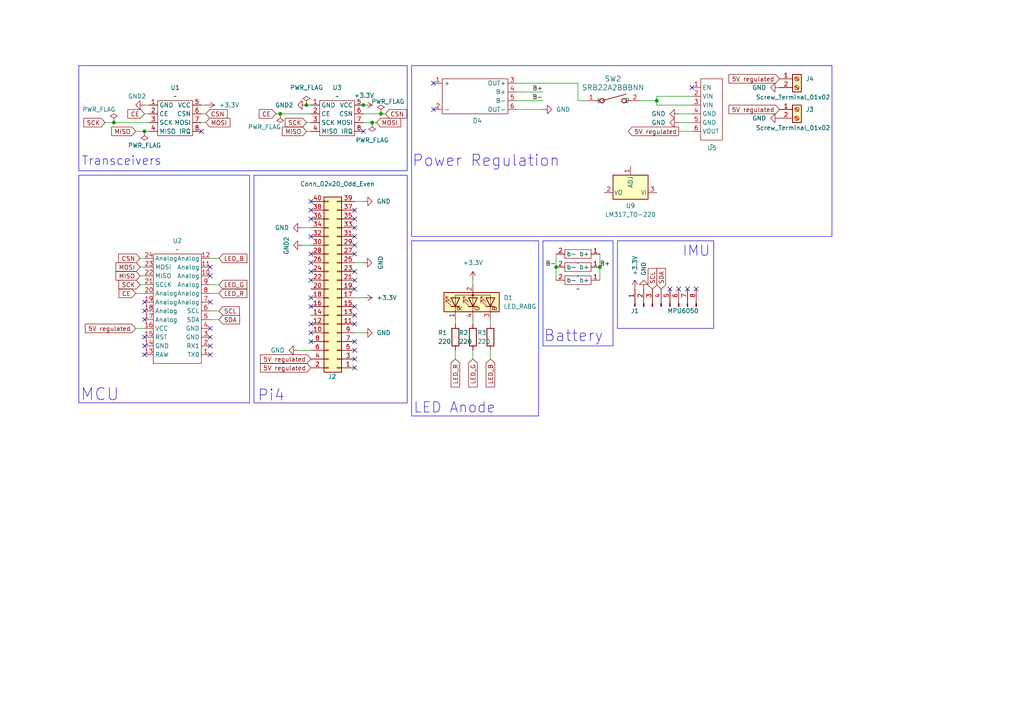
<source format=kicad_sch>
(kicad_sch
	(version 20231120)
	(generator "eeschema")
	(generator_version "8.0")
	(uuid "f333c9e7-5eac-4368-8e6e-7f47fd2582f9")
	(paper "A4")
	(title_block
		(title "StringsVR-Power")
		(date "2024-06-24")
		(rev "v1")
		(company "StringsVR")
		(comment 1 "Designed by Sheepy https://github.com/Sheepy3/")
		(comment 3 "Fully Integrated PCB for StringsVR.")
		(comment 4 "https://github.com/StringsVR/StringsVR")
	)
	(lib_symbols
		(symbol "18650:18650"
			(exclude_from_sim no)
			(in_bom yes)
			(on_board yes)
			(property "Reference" "U"
				(at 0 0 0)
				(effects
					(font
						(size 1.27 1.27)
					)
				)
			)
			(property "Value" ""
				(at 0 0 0)
				(effects
					(font
						(size 1.27 1.27)
					)
				)
			)
			(property "Footprint" ""
				(at 0 0 0)
				(effects
					(font
						(size 1.27 1.27)
					)
					(hide yes)
				)
			)
			(property "Datasheet" ""
				(at 0 0 0)
				(effects
					(font
						(size 1.27 1.27)
					)
					(hide yes)
				)
			)
			(property "Description" ""
				(at 0 0 0)
				(effects
					(font
						(size 1.27 1.27)
					)
					(hide yes)
				)
			)
			(symbol "18650_0_1"
				(rectangle
					(start 11.43 -1.27)
					(end 3.81 -3.81)
					(stroke
						(width 0)
						(type default)
					)
					(fill
						(type none)
					)
				)
			)
			(symbol "18650_1_1"
				(pin power_out line
					(at 1.27 -2.54 0)
					(length 2.54)
					(name "b+"
						(effects
							(font
								(size 1.27 1.27)
							)
						)
					)
					(number "1"
						(effects
							(font
								(size 1.27 1.27)
							)
						)
					)
				)
				(pin passive line
					(at 13.97 -2.54 180)
					(length 2.54)
					(name "b-"
						(effects
							(font
								(size 1.27 1.27)
							)
						)
					)
					(number "2"
						(effects
							(font
								(size 1.27 1.27)
							)
						)
					)
				)
			)
		)
		(symbol "Arduino:Pro_Micro"
			(exclude_from_sim no)
			(in_bom yes)
			(on_board yes)
			(property "Reference" "U"
				(at 0 -6.35 0)
				(effects
					(font
						(size 1.27 1.27)
					)
				)
			)
			(property "Value" ""
				(at 0 -6.35 0)
				(effects
					(font
						(size 1.27 1.27)
					)
				)
			)
			(property "Footprint" ""
				(at 0 -6.35 0)
				(effects
					(font
						(size 1.27 1.27)
					)
					(hide yes)
				)
			)
			(property "Datasheet" ""
				(at 0 -6.35 0)
				(effects
					(font
						(size 1.27 1.27)
					)
					(hide yes)
				)
			)
			(property "Description" ""
				(at 0 -6.35 0)
				(effects
					(font
						(size 1.27 1.27)
					)
					(hide yes)
				)
			)
			(symbol "Pro_Micro_0_1"
				(rectangle
					(start -6.35 2.54)
					(end 25.4 -11.43)
					(stroke
						(width 0)
						(type default)
					)
					(fill
						(type none)
					)
				)
			)
			(symbol "Pro_Micro_1_1"
				(pin input line
					(at -3.81 -13.97 90)
					(length 2.54)
					(name "TX0"
						(effects
							(font
								(size 1.27 1.27)
							)
						)
					)
					(number "1"
						(effects
							(font
								(size 1.27 1.27)
							)
						)
					)
				)
				(pin input line
					(at 19.05 -13.97 90)
					(length 2.54)
					(name "Analog"
						(effects
							(font
								(size 1.27 1.27)
							)
						)
					)
					(number "10"
						(effects
							(font
								(size 1.27 1.27)
							)
						)
					)
				)
				(pin input line
					(at 21.59 -13.97 90)
					(length 2.54)
					(name "Analog"
						(effects
							(font
								(size 1.27 1.27)
							)
						)
					)
					(number "11"
						(effects
							(font
								(size 1.27 1.27)
							)
						)
					)
				)
				(pin input line
					(at 24.13 -13.97 90)
					(length 2.54)
					(name "Analog"
						(effects
							(font
								(size 1.27 1.27)
							)
						)
					)
					(number "12"
						(effects
							(font
								(size 1.27 1.27)
							)
						)
					)
				)
				(pin input line
					(at -3.81 5.08 270)
					(length 2.54)
					(name "RAW"
						(effects
							(font
								(size 1.27 1.27)
							)
						)
					)
					(number "13"
						(effects
							(font
								(size 1.27 1.27)
							)
						)
					)
				)
				(pin input line
					(at -1.27 5.08 270)
					(length 2.54)
					(name "GND"
						(effects
							(font
								(size 1.27 1.27)
							)
						)
					)
					(number "14"
						(effects
							(font
								(size 1.27 1.27)
							)
						)
					)
				)
				(pin input line
					(at 1.27 5.08 270)
					(length 2.54)
					(name "RST"
						(effects
							(font
								(size 1.27 1.27)
							)
						)
					)
					(number "15"
						(effects
							(font
								(size 1.27 1.27)
							)
						)
					)
				)
				(pin input line
					(at 3.81 5.08 270)
					(length 2.54)
					(name "VCC"
						(effects
							(font
								(size 1.27 1.27)
							)
						)
					)
					(number "16"
						(effects
							(font
								(size 1.27 1.27)
							)
						)
					)
				)
				(pin input line
					(at 6.35 5.08 270)
					(length 2.54)
					(name "Analog"
						(effects
							(font
								(size 1.27 1.27)
							)
						)
					)
					(number "17"
						(effects
							(font
								(size 1.27 1.27)
							)
						)
					)
				)
				(pin input line
					(at 8.89 5.08 270)
					(length 2.54)
					(name "Analog"
						(effects
							(font
								(size 1.27 1.27)
							)
						)
					)
					(number "18"
						(effects
							(font
								(size 1.27 1.27)
							)
						)
					)
				)
				(pin input line
					(at 11.43 5.08 270)
					(length 2.54)
					(name "Analog"
						(effects
							(font
								(size 1.27 1.27)
							)
						)
					)
					(number "19"
						(effects
							(font
								(size 1.27 1.27)
							)
						)
					)
				)
				(pin input line
					(at -1.27 -13.97 90)
					(length 2.54)
					(name "RX1"
						(effects
							(font
								(size 1.27 1.27)
							)
						)
					)
					(number "2"
						(effects
							(font
								(size 1.27 1.27)
							)
						)
					)
				)
				(pin input line
					(at 13.97 5.08 270)
					(length 2.54)
					(name "Analog"
						(effects
							(font
								(size 1.27 1.27)
							)
						)
					)
					(number "20"
						(effects
							(font
								(size 1.27 1.27)
							)
						)
					)
				)
				(pin input line
					(at 16.51 5.08 270)
					(length 2.54)
					(name "SCLK"
						(effects
							(font
								(size 1.27 1.27)
							)
						)
					)
					(number "21"
						(effects
							(font
								(size 1.27 1.27)
							)
						)
					)
				)
				(pin input line
					(at 19.05 5.08 270)
					(length 2.54)
					(name "MISO"
						(effects
							(font
								(size 1.27 1.27)
							)
						)
					)
					(number "22"
						(effects
							(font
								(size 1.27 1.27)
							)
						)
					)
				)
				(pin input line
					(at 21.59 5.08 270)
					(length 2.54)
					(name "MOSI"
						(effects
							(font
								(size 1.27 1.27)
							)
						)
					)
					(number "23"
						(effects
							(font
								(size 1.27 1.27)
							)
						)
					)
				)
				(pin input line
					(at 24.13 5.08 270)
					(length 2.54)
					(name "Analog"
						(effects
							(font
								(size 1.27 1.27)
							)
						)
					)
					(number "24"
						(effects
							(font
								(size 1.27 1.27)
							)
						)
					)
				)
				(pin input line
					(at 1.27 -13.97 90)
					(length 2.54)
					(name "GND"
						(effects
							(font
								(size 1.27 1.27)
							)
						)
					)
					(number "3"
						(effects
							(font
								(size 1.27 1.27)
							)
						)
					)
				)
				(pin input line
					(at 3.81 -13.97 90)
					(length 2.54)
					(name "GND"
						(effects
							(font
								(size 1.27 1.27)
							)
						)
					)
					(number "4"
						(effects
							(font
								(size 1.27 1.27)
							)
						)
					)
				)
				(pin input line
					(at 6.35 -13.97 90)
					(length 2.54)
					(name "SDA"
						(effects
							(font
								(size 1.27 1.27)
							)
						)
					)
					(number "5"
						(effects
							(font
								(size 1.27 1.27)
							)
						)
					)
				)
				(pin input line
					(at 8.89 -13.97 90)
					(length 2.54)
					(name "SCL"
						(effects
							(font
								(size 1.27 1.27)
							)
						)
					)
					(number "6"
						(effects
							(font
								(size 1.27 1.27)
							)
						)
					)
				)
				(pin input line
					(at 11.43 -13.97 90)
					(length 2.54)
					(name "Analog"
						(effects
							(font
								(size 1.27 1.27)
							)
						)
					)
					(number "7"
						(effects
							(font
								(size 1.27 1.27)
							)
						)
					)
				)
				(pin input line
					(at 13.97 -13.97 90)
					(length 2.54)
					(name "Analog"
						(effects
							(font
								(size 1.27 1.27)
							)
						)
					)
					(number "8"
						(effects
							(font
								(size 1.27 1.27)
							)
						)
					)
				)
				(pin input line
					(at 16.51 -13.97 90)
					(length 2.54)
					(name "Analog"
						(effects
							(font
								(size 1.27 1.27)
							)
						)
					)
					(number "9"
						(effects
							(font
								(size 1.27 1.27)
							)
						)
					)
				)
			)
		)
		(symbol "Arduino:nRF24L01"
			(exclude_from_sim no)
			(in_bom yes)
			(on_board yes)
			(property "Reference" "U"
				(at 0 0 0)
				(effects
					(font
						(size 1.27 1.27)
					)
				)
			)
			(property "Value" ""
				(at 0 0 0)
				(effects
					(font
						(size 1.27 1.27)
					)
				)
			)
			(property "Footprint" ""
				(at 0 0 0)
				(effects
					(font
						(size 1.27 1.27)
					)
					(hide yes)
				)
			)
			(property "Datasheet" ""
				(at 0 0 0)
				(effects
					(font
						(size 1.27 1.27)
					)
					(hide yes)
				)
			)
			(property "Description" ""
				(at 0 0 0)
				(effects
					(font
						(size 1.27 1.27)
					)
					(hide yes)
				)
			)
			(symbol "nRF24L01_0_1"
				(rectangle
					(start 10.16 -2.54)
					(end 0 -12.7)
					(stroke
						(width 0)
						(type default)
					)
					(fill
						(type none)
					)
				)
			)
			(symbol "nRF24L01_1_1"
				(pin input line
					(at -2.54 -3.81 0)
					(length 2.54)
					(name "GND"
						(effects
							(font
								(size 1.27 1.27)
							)
						)
					)
					(number "1"
						(effects
							(font
								(size 1.27 1.27)
							)
						)
					)
				)
				(pin input line
					(at -2.54 -6.35 0)
					(length 2.54)
					(name "CE"
						(effects
							(font
								(size 1.27 1.27)
							)
						)
					)
					(number "2"
						(effects
							(font
								(size 1.27 1.27)
							)
						)
					)
				)
				(pin input line
					(at -2.54 -8.89 0)
					(length 2.54)
					(name "SCK"
						(effects
							(font
								(size 1.27 1.27)
							)
						)
					)
					(number "3"
						(effects
							(font
								(size 1.27 1.27)
							)
						)
					)
				)
				(pin input line
					(at -2.54 -11.43 0)
					(length 2.54)
					(name "MISO"
						(effects
							(font
								(size 1.27 1.27)
							)
						)
					)
					(number "4"
						(effects
							(font
								(size 1.27 1.27)
							)
						)
					)
				)
				(pin input line
					(at 12.7 -3.81 180)
					(length 2.54)
					(name "VCC"
						(effects
							(font
								(size 1.27 1.27)
							)
						)
					)
					(number "5"
						(effects
							(font
								(size 1.27 1.27)
							)
						)
					)
				)
				(pin input line
					(at 12.7 -6.35 180)
					(length 2.54)
					(name "CSN"
						(effects
							(font
								(size 1.27 1.27)
							)
						)
					)
					(number "6"
						(effects
							(font
								(size 1.27 1.27)
							)
						)
					)
				)
				(pin input line
					(at 12.7 -8.89 180)
					(length 2.54)
					(name "MOSI"
						(effects
							(font
								(size 1.27 1.27)
							)
						)
					)
					(number "7"
						(effects
							(font
								(size 1.27 1.27)
							)
						)
					)
				)
				(pin input line
					(at 12.7 -11.43 180)
					(length 2.54)
					(name "IRQ"
						(effects
							(font
								(size 1.27 1.27)
							)
						)
					)
					(number "8"
						(effects
							(font
								(size 1.27 1.27)
							)
						)
					)
				)
			)
		)
		(symbol "Connector:Conn_01x08_Pin"
			(pin_names
				(offset 1.016) hide)
			(exclude_from_sim no)
			(in_bom yes)
			(on_board yes)
			(property "Reference" "J"
				(at 0 10.16 0)
				(effects
					(font
						(size 1.27 1.27)
					)
				)
			)
			(property "Value" "Conn_01x08_Pin"
				(at 0 -12.7 0)
				(effects
					(font
						(size 1.27 1.27)
					)
				)
			)
			(property "Footprint" ""
				(at 0 0 0)
				(effects
					(font
						(size 1.27 1.27)
					)
					(hide yes)
				)
			)
			(property "Datasheet" "~"
				(at 0 0 0)
				(effects
					(font
						(size 1.27 1.27)
					)
					(hide yes)
				)
			)
			(property "Description" "Generic connector, single row, 01x08, script generated"
				(at 0 0 0)
				(effects
					(font
						(size 1.27 1.27)
					)
					(hide yes)
				)
			)
			(property "ki_locked" ""
				(at 0 0 0)
				(effects
					(font
						(size 1.27 1.27)
					)
				)
			)
			(property "ki_keywords" "connector"
				(at 0 0 0)
				(effects
					(font
						(size 1.27 1.27)
					)
					(hide yes)
				)
			)
			(property "ki_fp_filters" "Connector*:*_1x??_*"
				(at 0 0 0)
				(effects
					(font
						(size 1.27 1.27)
					)
					(hide yes)
				)
			)
			(symbol "Conn_01x08_Pin_1_1"
				(polyline
					(pts
						(xy 1.27 -10.16) (xy 0.8636 -10.16)
					)
					(stroke
						(width 0.1524)
						(type default)
					)
					(fill
						(type none)
					)
				)
				(polyline
					(pts
						(xy 1.27 -7.62) (xy 0.8636 -7.62)
					)
					(stroke
						(width 0.1524)
						(type default)
					)
					(fill
						(type none)
					)
				)
				(polyline
					(pts
						(xy 1.27 -5.08) (xy 0.8636 -5.08)
					)
					(stroke
						(width 0.1524)
						(type default)
					)
					(fill
						(type none)
					)
				)
				(polyline
					(pts
						(xy 1.27 -2.54) (xy 0.8636 -2.54)
					)
					(stroke
						(width 0.1524)
						(type default)
					)
					(fill
						(type none)
					)
				)
				(polyline
					(pts
						(xy 1.27 0) (xy 0.8636 0)
					)
					(stroke
						(width 0.1524)
						(type default)
					)
					(fill
						(type none)
					)
				)
				(polyline
					(pts
						(xy 1.27 2.54) (xy 0.8636 2.54)
					)
					(stroke
						(width 0.1524)
						(type default)
					)
					(fill
						(type none)
					)
				)
				(polyline
					(pts
						(xy 1.27 5.08) (xy 0.8636 5.08)
					)
					(stroke
						(width 0.1524)
						(type default)
					)
					(fill
						(type none)
					)
				)
				(polyline
					(pts
						(xy 1.27 7.62) (xy 0.8636 7.62)
					)
					(stroke
						(width 0.1524)
						(type default)
					)
					(fill
						(type none)
					)
				)
				(rectangle
					(start 0.8636 -10.033)
					(end 0 -10.287)
					(stroke
						(width 0.1524)
						(type default)
					)
					(fill
						(type outline)
					)
				)
				(rectangle
					(start 0.8636 -7.493)
					(end 0 -7.747)
					(stroke
						(width 0.1524)
						(type default)
					)
					(fill
						(type outline)
					)
				)
				(rectangle
					(start 0.8636 -4.953)
					(end 0 -5.207)
					(stroke
						(width 0.1524)
						(type default)
					)
					(fill
						(type outline)
					)
				)
				(rectangle
					(start 0.8636 -2.413)
					(end 0 -2.667)
					(stroke
						(width 0.1524)
						(type default)
					)
					(fill
						(type outline)
					)
				)
				(rectangle
					(start 0.8636 0.127)
					(end 0 -0.127)
					(stroke
						(width 0.1524)
						(type default)
					)
					(fill
						(type outline)
					)
				)
				(rectangle
					(start 0.8636 2.667)
					(end 0 2.413)
					(stroke
						(width 0.1524)
						(type default)
					)
					(fill
						(type outline)
					)
				)
				(rectangle
					(start 0.8636 5.207)
					(end 0 4.953)
					(stroke
						(width 0.1524)
						(type default)
					)
					(fill
						(type outline)
					)
				)
				(rectangle
					(start 0.8636 7.747)
					(end 0 7.493)
					(stroke
						(width 0.1524)
						(type default)
					)
					(fill
						(type outline)
					)
				)
				(pin passive line
					(at 5.08 7.62 180)
					(length 3.81)
					(name "Pin_1"
						(effects
							(font
								(size 1.27 1.27)
							)
						)
					)
					(number "1"
						(effects
							(font
								(size 1.27 1.27)
							)
						)
					)
				)
				(pin passive line
					(at 5.08 5.08 180)
					(length 3.81)
					(name "Pin_2"
						(effects
							(font
								(size 1.27 1.27)
							)
						)
					)
					(number "2"
						(effects
							(font
								(size 1.27 1.27)
							)
						)
					)
				)
				(pin passive line
					(at 5.08 2.54 180)
					(length 3.81)
					(name "Pin_3"
						(effects
							(font
								(size 1.27 1.27)
							)
						)
					)
					(number "3"
						(effects
							(font
								(size 1.27 1.27)
							)
						)
					)
				)
				(pin passive line
					(at 5.08 0 180)
					(length 3.81)
					(name "Pin_4"
						(effects
							(font
								(size 1.27 1.27)
							)
						)
					)
					(number "4"
						(effects
							(font
								(size 1.27 1.27)
							)
						)
					)
				)
				(pin passive line
					(at 5.08 -2.54 180)
					(length 3.81)
					(name "Pin_5"
						(effects
							(font
								(size 1.27 1.27)
							)
						)
					)
					(number "5"
						(effects
							(font
								(size 1.27 1.27)
							)
						)
					)
				)
				(pin passive line
					(at 5.08 -5.08 180)
					(length 3.81)
					(name "Pin_6"
						(effects
							(font
								(size 1.27 1.27)
							)
						)
					)
					(number "6"
						(effects
							(font
								(size 1.27 1.27)
							)
						)
					)
				)
				(pin passive line
					(at 5.08 -7.62 180)
					(length 3.81)
					(name "Pin_7"
						(effects
							(font
								(size 1.27 1.27)
							)
						)
					)
					(number "7"
						(effects
							(font
								(size 1.27 1.27)
							)
						)
					)
				)
				(pin passive line
					(at 5.08 -10.16 180)
					(length 3.81)
					(name "Pin_8"
						(effects
							(font
								(size 1.27 1.27)
							)
						)
					)
					(number "8"
						(effects
							(font
								(size 1.27 1.27)
							)
						)
					)
				)
			)
		)
		(symbol "Connector:Screw_Terminal_01x02"
			(pin_names
				(offset 1.016) hide)
			(exclude_from_sim no)
			(in_bom yes)
			(on_board yes)
			(property "Reference" "J"
				(at 0 2.54 0)
				(effects
					(font
						(size 1.27 1.27)
					)
				)
			)
			(property "Value" "Screw_Terminal_01x02"
				(at 0 -5.08 0)
				(effects
					(font
						(size 1.27 1.27)
					)
				)
			)
			(property "Footprint" ""
				(at 0 0 0)
				(effects
					(font
						(size 1.27 1.27)
					)
					(hide yes)
				)
			)
			(property "Datasheet" "~"
				(at 0 0 0)
				(effects
					(font
						(size 1.27 1.27)
					)
					(hide yes)
				)
			)
			(property "Description" "Generic screw terminal, single row, 01x02, script generated (kicad-library-utils/schlib/autogen/connector/)"
				(at 0 0 0)
				(effects
					(font
						(size 1.27 1.27)
					)
					(hide yes)
				)
			)
			(property "ki_keywords" "screw terminal"
				(at 0 0 0)
				(effects
					(font
						(size 1.27 1.27)
					)
					(hide yes)
				)
			)
			(property "ki_fp_filters" "TerminalBlock*:*"
				(at 0 0 0)
				(effects
					(font
						(size 1.27 1.27)
					)
					(hide yes)
				)
			)
			(symbol "Screw_Terminal_01x02_1_1"
				(rectangle
					(start -1.27 1.27)
					(end 1.27 -3.81)
					(stroke
						(width 0.254)
						(type default)
					)
					(fill
						(type background)
					)
				)
				(circle
					(center 0 -2.54)
					(radius 0.635)
					(stroke
						(width 0.1524)
						(type default)
					)
					(fill
						(type none)
					)
				)
				(polyline
					(pts
						(xy -0.5334 -2.2098) (xy 0.3302 -3.048)
					)
					(stroke
						(width 0.1524)
						(type default)
					)
					(fill
						(type none)
					)
				)
				(polyline
					(pts
						(xy -0.5334 0.3302) (xy 0.3302 -0.508)
					)
					(stroke
						(width 0.1524)
						(type default)
					)
					(fill
						(type none)
					)
				)
				(polyline
					(pts
						(xy -0.3556 -2.032) (xy 0.508 -2.8702)
					)
					(stroke
						(width 0.1524)
						(type default)
					)
					(fill
						(type none)
					)
				)
				(polyline
					(pts
						(xy -0.3556 0.508) (xy 0.508 -0.3302)
					)
					(stroke
						(width 0.1524)
						(type default)
					)
					(fill
						(type none)
					)
				)
				(circle
					(center 0 0)
					(radius 0.635)
					(stroke
						(width 0.1524)
						(type default)
					)
					(fill
						(type none)
					)
				)
				(pin passive line
					(at -5.08 0 0)
					(length 3.81)
					(name "Pin_1"
						(effects
							(font
								(size 1.27 1.27)
							)
						)
					)
					(number "1"
						(effects
							(font
								(size 1.27 1.27)
							)
						)
					)
				)
				(pin passive line
					(at -5.08 -2.54 0)
					(length 3.81)
					(name "Pin_2"
						(effects
							(font
								(size 1.27 1.27)
							)
						)
					)
					(number "2"
						(effects
							(font
								(size 1.27 1.27)
							)
						)
					)
				)
			)
		)
		(symbol "Connector_Generic:Conn_02x20_Odd_Even"
			(pin_names
				(offset 1.016) hide)
			(exclude_from_sim no)
			(in_bom yes)
			(on_board yes)
			(property "Reference" "J"
				(at 1.27 25.4 0)
				(effects
					(font
						(size 1.27 1.27)
					)
				)
			)
			(property "Value" "Conn_02x20_Odd_Even"
				(at 1.27 -27.94 0)
				(effects
					(font
						(size 1.27 1.27)
					)
				)
			)
			(property "Footprint" ""
				(at 0 0 0)
				(effects
					(font
						(size 1.27 1.27)
					)
					(hide yes)
				)
			)
			(property "Datasheet" "~"
				(at 0 0 0)
				(effects
					(font
						(size 1.27 1.27)
					)
					(hide yes)
				)
			)
			(property "Description" "Generic connector, double row, 02x20, odd/even pin numbering scheme (row 1 odd numbers, row 2 even numbers), script generated (kicad-library-utils/schlib/autogen/connector/)"
				(at 0 0 0)
				(effects
					(font
						(size 1.27 1.27)
					)
					(hide yes)
				)
			)
			(property "ki_keywords" "connector"
				(at 0 0 0)
				(effects
					(font
						(size 1.27 1.27)
					)
					(hide yes)
				)
			)
			(property "ki_fp_filters" "Connector*:*_2x??_*"
				(at 0 0 0)
				(effects
					(font
						(size 1.27 1.27)
					)
					(hide yes)
				)
			)
			(symbol "Conn_02x20_Odd_Even_1_1"
				(rectangle
					(start -1.27 -25.273)
					(end 0 -25.527)
					(stroke
						(width 0.1524)
						(type default)
					)
					(fill
						(type none)
					)
				)
				(rectangle
					(start -1.27 -22.733)
					(end 0 -22.987)
					(stroke
						(width 0.1524)
						(type default)
					)
					(fill
						(type none)
					)
				)
				(rectangle
					(start -1.27 -20.193)
					(end 0 -20.447)
					(stroke
						(width 0.1524)
						(type default)
					)
					(fill
						(type none)
					)
				)
				(rectangle
					(start -1.27 -17.653)
					(end 0 -17.907)
					(stroke
						(width 0.1524)
						(type default)
					)
					(fill
						(type none)
					)
				)
				(rectangle
					(start -1.27 -15.113)
					(end 0 -15.367)
					(stroke
						(width 0.1524)
						(type default)
					)
					(fill
						(type none)
					)
				)
				(rectangle
					(start -1.27 -12.573)
					(end 0 -12.827)
					(stroke
						(width 0.1524)
						(type default)
					)
					(fill
						(type none)
					)
				)
				(rectangle
					(start -1.27 -10.033)
					(end 0 -10.287)
					(stroke
						(width 0.1524)
						(type default)
					)
					(fill
						(type none)
					)
				)
				(rectangle
					(start -1.27 -7.493)
					(end 0 -7.747)
					(stroke
						(width 0.1524)
						(type default)
					)
					(fill
						(type none)
					)
				)
				(rectangle
					(start -1.27 -4.953)
					(end 0 -5.207)
					(stroke
						(width 0.1524)
						(type default)
					)
					(fill
						(type none)
					)
				)
				(rectangle
					(start -1.27 -2.413)
					(end 0 -2.667)
					(stroke
						(width 0.1524)
						(type default)
					)
					(fill
						(type none)
					)
				)
				(rectangle
					(start -1.27 0.127)
					(end 0 -0.127)
					(stroke
						(width 0.1524)
						(type default)
					)
					(fill
						(type none)
					)
				)
				(rectangle
					(start -1.27 2.667)
					(end 0 2.413)
					(stroke
						(width 0.1524)
						(type default)
					)
					(fill
						(type none)
					)
				)
				(rectangle
					(start -1.27 5.207)
					(end 0 4.953)
					(stroke
						(width 0.1524)
						(type default)
					)
					(fill
						(type none)
					)
				)
				(rectangle
					(start -1.27 7.747)
					(end 0 7.493)
					(stroke
						(width 0.1524)
						(type default)
					)
					(fill
						(type none)
					)
				)
				(rectangle
					(start -1.27 10.287)
					(end 0 10.033)
					(stroke
						(width 0.1524)
						(type default)
					)
					(fill
						(type none)
					)
				)
				(rectangle
					(start -1.27 12.827)
					(end 0 12.573)
					(stroke
						(width 0.1524)
						(type default)
					)
					(fill
						(type none)
					)
				)
				(rectangle
					(start -1.27 15.367)
					(end 0 15.113)
					(stroke
						(width 0.1524)
						(type default)
					)
					(fill
						(type none)
					)
				)
				(rectangle
					(start -1.27 17.907)
					(end 0 17.653)
					(stroke
						(width 0.1524)
						(type default)
					)
					(fill
						(type none)
					)
				)
				(rectangle
					(start -1.27 20.447)
					(end 0 20.193)
					(stroke
						(width 0.1524)
						(type default)
					)
					(fill
						(type none)
					)
				)
				(rectangle
					(start -1.27 22.987)
					(end 0 22.733)
					(stroke
						(width 0.1524)
						(type default)
					)
					(fill
						(type none)
					)
				)
				(rectangle
					(start -1.27 24.13)
					(end 3.81 -26.67)
					(stroke
						(width 0.254)
						(type default)
					)
					(fill
						(type background)
					)
				)
				(rectangle
					(start 3.81 -25.273)
					(end 2.54 -25.527)
					(stroke
						(width 0.1524)
						(type default)
					)
					(fill
						(type none)
					)
				)
				(rectangle
					(start 3.81 -22.733)
					(end 2.54 -22.987)
					(stroke
						(width 0.1524)
						(type default)
					)
					(fill
						(type none)
					)
				)
				(rectangle
					(start 3.81 -20.193)
					(end 2.54 -20.447)
					(stroke
						(width 0.1524)
						(type default)
					)
					(fill
						(type none)
					)
				)
				(rectangle
					(start 3.81 -17.653)
					(end 2.54 -17.907)
					(stroke
						(width 0.1524)
						(type default)
					)
					(fill
						(type none)
					)
				)
				(rectangle
					(start 3.81 -15.113)
					(end 2.54 -15.367)
					(stroke
						(width 0.1524)
						(type default)
					)
					(fill
						(type none)
					)
				)
				(rectangle
					(start 3.81 -12.573)
					(end 2.54 -12.827)
					(stroke
						(width 0.1524)
						(type default)
					)
					(fill
						(type none)
					)
				)
				(rectangle
					(start 3.81 -10.033)
					(end 2.54 -10.287)
					(stroke
						(width 0.1524)
						(type default)
					)
					(fill
						(type none)
					)
				)
				(rectangle
					(start 3.81 -7.493)
					(end 2.54 -7.747)
					(stroke
						(width 0.1524)
						(type default)
					)
					(fill
						(type none)
					)
				)
				(rectangle
					(start 3.81 -4.953)
					(end 2.54 -5.207)
					(stroke
						(width 0.1524)
						(type default)
					)
					(fill
						(type none)
					)
				)
				(rectangle
					(start 3.81 -2.413)
					(end 2.54 -2.667)
					(stroke
						(width 0.1524)
						(type default)
					)
					(fill
						(type none)
					)
				)
				(rectangle
					(start 3.81 0.127)
					(end 2.54 -0.127)
					(stroke
						(width 0.1524)
						(type default)
					)
					(fill
						(type none)
					)
				)
				(rectangle
					(start 3.81 2.667)
					(end 2.54 2.413)
					(stroke
						(width 0.1524)
						(type default)
					)
					(fill
						(type none)
					)
				)
				(rectangle
					(start 3.81 5.207)
					(end 2.54 4.953)
					(stroke
						(width 0.1524)
						(type default)
					)
					(fill
						(type none)
					)
				)
				(rectangle
					(start 3.81 7.747)
					(end 2.54 7.493)
					(stroke
						(width 0.1524)
						(type default)
					)
					(fill
						(type none)
					)
				)
				(rectangle
					(start 3.81 10.287)
					(end 2.54 10.033)
					(stroke
						(width 0.1524)
						(type default)
					)
					(fill
						(type none)
					)
				)
				(rectangle
					(start 3.81 12.827)
					(end 2.54 12.573)
					(stroke
						(width 0.1524)
						(type default)
					)
					(fill
						(type none)
					)
				)
				(rectangle
					(start 3.81 15.367)
					(end 2.54 15.113)
					(stroke
						(width 0.1524)
						(type default)
					)
					(fill
						(type none)
					)
				)
				(rectangle
					(start 3.81 17.907)
					(end 2.54 17.653)
					(stroke
						(width 0.1524)
						(type default)
					)
					(fill
						(type none)
					)
				)
				(rectangle
					(start 3.81 20.447)
					(end 2.54 20.193)
					(stroke
						(width 0.1524)
						(type default)
					)
					(fill
						(type none)
					)
				)
				(rectangle
					(start 3.81 22.987)
					(end 2.54 22.733)
					(stroke
						(width 0.1524)
						(type default)
					)
					(fill
						(type none)
					)
				)
				(pin passive line
					(at -5.08 22.86 0)
					(length 3.81)
					(name "Pin_1"
						(effects
							(font
								(size 1.27 1.27)
							)
						)
					)
					(number "1"
						(effects
							(font
								(size 1.27 1.27)
							)
						)
					)
				)
				(pin passive line
					(at 7.62 12.7 180)
					(length 3.81)
					(name "Pin_10"
						(effects
							(font
								(size 1.27 1.27)
							)
						)
					)
					(number "10"
						(effects
							(font
								(size 1.27 1.27)
							)
						)
					)
				)
				(pin passive line
					(at -5.08 10.16 0)
					(length 3.81)
					(name "Pin_11"
						(effects
							(font
								(size 1.27 1.27)
							)
						)
					)
					(number "11"
						(effects
							(font
								(size 1.27 1.27)
							)
						)
					)
				)
				(pin passive line
					(at 7.62 10.16 180)
					(length 3.81)
					(name "Pin_12"
						(effects
							(font
								(size 1.27 1.27)
							)
						)
					)
					(number "12"
						(effects
							(font
								(size 1.27 1.27)
							)
						)
					)
				)
				(pin passive line
					(at -5.08 7.62 0)
					(length 3.81)
					(name "Pin_13"
						(effects
							(font
								(size 1.27 1.27)
							)
						)
					)
					(number "13"
						(effects
							(font
								(size 1.27 1.27)
							)
						)
					)
				)
				(pin passive line
					(at 7.62 7.62 180)
					(length 3.81)
					(name "Pin_14"
						(effects
							(font
								(size 1.27 1.27)
							)
						)
					)
					(number "14"
						(effects
							(font
								(size 1.27 1.27)
							)
						)
					)
				)
				(pin passive line
					(at -5.08 5.08 0)
					(length 3.81)
					(name "Pin_15"
						(effects
							(font
								(size 1.27 1.27)
							)
						)
					)
					(number "15"
						(effects
							(font
								(size 1.27 1.27)
							)
						)
					)
				)
				(pin passive line
					(at 7.62 5.08 180)
					(length 3.81)
					(name "Pin_16"
						(effects
							(font
								(size 1.27 1.27)
							)
						)
					)
					(number "16"
						(effects
							(font
								(size 1.27 1.27)
							)
						)
					)
				)
				(pin passive line
					(at -5.08 2.54 0)
					(length 3.81)
					(name "Pin_17"
						(effects
							(font
								(size 1.27 1.27)
							)
						)
					)
					(number "17"
						(effects
							(font
								(size 1.27 1.27)
							)
						)
					)
				)
				(pin passive line
					(at 7.62 2.54 180)
					(length 3.81)
					(name "Pin_18"
						(effects
							(font
								(size 1.27 1.27)
							)
						)
					)
					(number "18"
						(effects
							(font
								(size 1.27 1.27)
							)
						)
					)
				)
				(pin passive line
					(at -5.08 0 0)
					(length 3.81)
					(name "Pin_19"
						(effects
							(font
								(size 1.27 1.27)
							)
						)
					)
					(number "19"
						(effects
							(font
								(size 1.27 1.27)
							)
						)
					)
				)
				(pin passive line
					(at 7.62 22.86 180)
					(length 3.81)
					(name "Pin_2"
						(effects
							(font
								(size 1.27 1.27)
							)
						)
					)
					(number "2"
						(effects
							(font
								(size 1.27 1.27)
							)
						)
					)
				)
				(pin passive line
					(at 7.62 0 180)
					(length 3.81)
					(name "Pin_20"
						(effects
							(font
								(size 1.27 1.27)
							)
						)
					)
					(number "20"
						(effects
							(font
								(size 1.27 1.27)
							)
						)
					)
				)
				(pin passive line
					(at -5.08 -2.54 0)
					(length 3.81)
					(name "Pin_21"
						(effects
							(font
								(size 1.27 1.27)
							)
						)
					)
					(number "21"
						(effects
							(font
								(size 1.27 1.27)
							)
						)
					)
				)
				(pin passive line
					(at 7.62 -2.54 180)
					(length 3.81)
					(name "Pin_22"
						(effects
							(font
								(size 1.27 1.27)
							)
						)
					)
					(number "22"
						(effects
							(font
								(size 1.27 1.27)
							)
						)
					)
				)
				(pin passive line
					(at -5.08 -5.08 0)
					(length 3.81)
					(name "Pin_23"
						(effects
							(font
								(size 1.27 1.27)
							)
						)
					)
					(number "23"
						(effects
							(font
								(size 1.27 1.27)
							)
						)
					)
				)
				(pin passive line
					(at 7.62 -5.08 180)
					(length 3.81)
					(name "Pin_24"
						(effects
							(font
								(size 1.27 1.27)
							)
						)
					)
					(number "24"
						(effects
							(font
								(size 1.27 1.27)
							)
						)
					)
				)
				(pin passive line
					(at -5.08 -7.62 0)
					(length 3.81)
					(name "Pin_25"
						(effects
							(font
								(size 1.27 1.27)
							)
						)
					)
					(number "25"
						(effects
							(font
								(size 1.27 1.27)
							)
						)
					)
				)
				(pin passive line
					(at 7.62 -7.62 180)
					(length 3.81)
					(name "Pin_26"
						(effects
							(font
								(size 1.27 1.27)
							)
						)
					)
					(number "26"
						(effects
							(font
								(size 1.27 1.27)
							)
						)
					)
				)
				(pin passive line
					(at -5.08 -10.16 0)
					(length 3.81)
					(name "Pin_27"
						(effects
							(font
								(size 1.27 1.27)
							)
						)
					)
					(number "27"
						(effects
							(font
								(size 1.27 1.27)
							)
						)
					)
				)
				(pin passive line
					(at 7.62 -10.16 180)
					(length 3.81)
					(name "Pin_28"
						(effects
							(font
								(size 1.27 1.27)
							)
						)
					)
					(number "28"
						(effects
							(font
								(size 1.27 1.27)
							)
						)
					)
				)
				(pin passive line
					(at -5.08 -12.7 0)
					(length 3.81)
					(name "Pin_29"
						(effects
							(font
								(size 1.27 1.27)
							)
						)
					)
					(number "29"
						(effects
							(font
								(size 1.27 1.27)
							)
						)
					)
				)
				(pin passive line
					(at -5.08 20.32 0)
					(length 3.81)
					(name "Pin_3"
						(effects
							(font
								(size 1.27 1.27)
							)
						)
					)
					(number "3"
						(effects
							(font
								(size 1.27 1.27)
							)
						)
					)
				)
				(pin passive line
					(at 7.62 -12.7 180)
					(length 3.81)
					(name "Pin_30"
						(effects
							(font
								(size 1.27 1.27)
							)
						)
					)
					(number "30"
						(effects
							(font
								(size 1.27 1.27)
							)
						)
					)
				)
				(pin passive line
					(at -5.08 -15.24 0)
					(length 3.81)
					(name "Pin_31"
						(effects
							(font
								(size 1.27 1.27)
							)
						)
					)
					(number "31"
						(effects
							(font
								(size 1.27 1.27)
							)
						)
					)
				)
				(pin passive line
					(at 7.62 -15.24 180)
					(length 3.81)
					(name "Pin_32"
						(effects
							(font
								(size 1.27 1.27)
							)
						)
					)
					(number "32"
						(effects
							(font
								(size 1.27 1.27)
							)
						)
					)
				)
				(pin passive line
					(at -5.08 -17.78 0)
					(length 3.81)
					(name "Pin_33"
						(effects
							(font
								(size 1.27 1.27)
							)
						)
					)
					(number "33"
						(effects
							(font
								(size 1.27 1.27)
							)
						)
					)
				)
				(pin passive line
					(at 7.62 -17.78 180)
					(length 3.81)
					(name "Pin_34"
						(effects
							(font
								(size 1.27 1.27)
							)
						)
					)
					(number "34"
						(effects
							(font
								(size 1.27 1.27)
							)
						)
					)
				)
				(pin passive line
					(at -5.08 -20.32 0)
					(length 3.81)
					(name "Pin_35"
						(effects
							(font
								(size 1.27 1.27)
							)
						)
					)
					(number "35"
						(effects
							(font
								(size 1.27 1.27)
							)
						)
					)
				)
				(pin passive line
					(at 7.62 -20.32 180)
					(length 3.81)
					(name "Pin_36"
						(effects
							(font
								(size 1.27 1.27)
							)
						)
					)
					(number "36"
						(effects
							(font
								(size 1.27 1.27)
							)
						)
					)
				)
				(pin passive line
					(at -5.08 -22.86 0)
					(length 3.81)
					(name "Pin_37"
						(effects
							(font
								(size 1.27 1.27)
							)
						)
					)
					(number "37"
						(effects
							(font
								(size 1.27 1.27)
							)
						)
					)
				)
				(pin passive line
					(at 7.62 -22.86 180)
					(length 3.81)
					(name "Pin_38"
						(effects
							(font
								(size 1.27 1.27)
							)
						)
					)
					(number "38"
						(effects
							(font
								(size 1.27 1.27)
							)
						)
					)
				)
				(pin passive line
					(at -5.08 -25.4 0)
					(length 3.81)
					(name "Pin_39"
						(effects
							(font
								(size 1.27 1.27)
							)
						)
					)
					(number "39"
						(effects
							(font
								(size 1.27 1.27)
							)
						)
					)
				)
				(pin passive line
					(at 7.62 20.32 180)
					(length 3.81)
					(name "Pin_4"
						(effects
							(font
								(size 1.27 1.27)
							)
						)
					)
					(number "4"
						(effects
							(font
								(size 1.27 1.27)
							)
						)
					)
				)
				(pin passive line
					(at 7.62 -25.4 180)
					(length 3.81)
					(name "Pin_40"
						(effects
							(font
								(size 1.27 1.27)
							)
						)
					)
					(number "40"
						(effects
							(font
								(size 1.27 1.27)
							)
						)
					)
				)
				(pin passive line
					(at -5.08 17.78 0)
					(length 3.81)
					(name "Pin_5"
						(effects
							(font
								(size 1.27 1.27)
							)
						)
					)
					(number "5"
						(effects
							(font
								(size 1.27 1.27)
							)
						)
					)
				)
				(pin passive line
					(at 7.62 17.78 180)
					(length 3.81)
					(name "Pin_6"
						(effects
							(font
								(size 1.27 1.27)
							)
						)
					)
					(number "6"
						(effects
							(font
								(size 1.27 1.27)
							)
						)
					)
				)
				(pin passive line
					(at -5.08 15.24 0)
					(length 3.81)
					(name "Pin_7"
						(effects
							(font
								(size 1.27 1.27)
							)
						)
					)
					(number "7"
						(effects
							(font
								(size 1.27 1.27)
							)
						)
					)
				)
				(pin passive line
					(at 7.62 15.24 180)
					(length 3.81)
					(name "Pin_8"
						(effects
							(font
								(size 1.27 1.27)
							)
						)
					)
					(number "8"
						(effects
							(font
								(size 1.27 1.27)
							)
						)
					)
				)
				(pin passive line
					(at -5.08 12.7 0)
					(length 3.81)
					(name "Pin_9"
						(effects
							(font
								(size 1.27 1.27)
							)
						)
					)
					(number "9"
						(effects
							(font
								(size 1.27 1.27)
							)
						)
					)
				)
			)
		)
		(symbol "Device:LED_RABG"
			(pin_names
				(offset 0) hide)
			(exclude_from_sim no)
			(in_bom yes)
			(on_board yes)
			(property "Reference" "D"
				(at 0 9.398 0)
				(effects
					(font
						(size 1.27 1.27)
					)
				)
			)
			(property "Value" "LED_RABG"
				(at 0 -8.89 0)
				(effects
					(font
						(size 1.27 1.27)
					)
				)
			)
			(property "Footprint" ""
				(at 0 -1.27 0)
				(effects
					(font
						(size 1.27 1.27)
					)
					(hide yes)
				)
			)
			(property "Datasheet" "~"
				(at 0 -1.27 0)
				(effects
					(font
						(size 1.27 1.27)
					)
					(hide yes)
				)
			)
			(property "Description" "RGB LED, red/anode/blue/green"
				(at 0 0 0)
				(effects
					(font
						(size 1.27 1.27)
					)
					(hide yes)
				)
			)
			(property "ki_keywords" "LED RGB diode"
				(at 0 0 0)
				(effects
					(font
						(size 1.27 1.27)
					)
					(hide yes)
				)
			)
			(property "ki_fp_filters" "LED* LED_SMD:* LED_THT:*"
				(at 0 0 0)
				(effects
					(font
						(size 1.27 1.27)
					)
					(hide yes)
				)
			)
			(symbol "LED_RABG_0_0"
				(text "B"
					(at -1.905 -6.35 0)
					(effects
						(font
							(size 1.27 1.27)
						)
					)
				)
				(text "G"
					(at -1.905 -1.27 0)
					(effects
						(font
							(size 1.27 1.27)
						)
					)
				)
				(text "R"
					(at -1.905 3.81 0)
					(effects
						(font
							(size 1.27 1.27)
						)
					)
				)
			)
			(symbol "LED_RABG_0_1"
				(polyline
					(pts
						(xy -1.27 -5.08) (xy -2.54 -5.08)
					)
					(stroke
						(width 0)
						(type default)
					)
					(fill
						(type none)
					)
				)
				(polyline
					(pts
						(xy -1.27 -5.08) (xy 1.27 -5.08)
					)
					(stroke
						(width 0)
						(type default)
					)
					(fill
						(type none)
					)
				)
				(polyline
					(pts
						(xy -1.27 -3.81) (xy -1.27 -6.35)
					)
					(stroke
						(width 0.254)
						(type default)
					)
					(fill
						(type none)
					)
				)
				(polyline
					(pts
						(xy -1.27 0) (xy -2.54 0)
					)
					(stroke
						(width 0)
						(type default)
					)
					(fill
						(type none)
					)
				)
				(polyline
					(pts
						(xy -1.27 1.27) (xy -1.27 -1.27)
					)
					(stroke
						(width 0.254)
						(type default)
					)
					(fill
						(type none)
					)
				)
				(polyline
					(pts
						(xy -1.27 5.08) (xy -2.54 5.08)
					)
					(stroke
						(width 0)
						(type default)
					)
					(fill
						(type none)
					)
				)
				(polyline
					(pts
						(xy -1.27 5.08) (xy 1.27 5.08)
					)
					(stroke
						(width 0)
						(type default)
					)
					(fill
						(type none)
					)
				)
				(polyline
					(pts
						(xy -1.27 6.35) (xy -1.27 3.81)
					)
					(stroke
						(width 0.254)
						(type default)
					)
					(fill
						(type none)
					)
				)
				(polyline
					(pts
						(xy 1.27 0) (xy -1.27 0)
					)
					(stroke
						(width 0)
						(type default)
					)
					(fill
						(type none)
					)
				)
				(polyline
					(pts
						(xy 1.27 0) (xy 2.54 0)
					)
					(stroke
						(width 0)
						(type default)
					)
					(fill
						(type none)
					)
				)
				(polyline
					(pts
						(xy -1.27 1.27) (xy -1.27 -1.27) (xy -1.27 -1.27)
					)
					(stroke
						(width 0)
						(type default)
					)
					(fill
						(type none)
					)
				)
				(polyline
					(pts
						(xy -1.27 6.35) (xy -1.27 3.81) (xy -1.27 3.81)
					)
					(stroke
						(width 0)
						(type default)
					)
					(fill
						(type none)
					)
				)
				(polyline
					(pts
						(xy 1.27 -5.08) (xy 2.032 -5.08) (xy 2.032 5.08) (xy 1.27 5.08)
					)
					(stroke
						(width 0)
						(type default)
					)
					(fill
						(type none)
					)
				)
				(polyline
					(pts
						(xy 1.27 -3.81) (xy 1.27 -6.35) (xy -1.27 -5.08) (xy 1.27 -3.81)
					)
					(stroke
						(width 0.254)
						(type default)
					)
					(fill
						(type none)
					)
				)
				(polyline
					(pts
						(xy 1.27 1.27) (xy 1.27 -1.27) (xy -1.27 0) (xy 1.27 1.27)
					)
					(stroke
						(width 0.254)
						(type default)
					)
					(fill
						(type none)
					)
				)
				(polyline
					(pts
						(xy 1.27 6.35) (xy 1.27 3.81) (xy -1.27 5.08) (xy 1.27 6.35)
					)
					(stroke
						(width 0.254)
						(type default)
					)
					(fill
						(type none)
					)
				)
				(polyline
					(pts
						(xy -1.016 -3.81) (xy 0.508 -2.286) (xy -0.254 -2.286) (xy 0.508 -2.286) (xy 0.508 -3.048)
					)
					(stroke
						(width 0)
						(type default)
					)
					(fill
						(type none)
					)
				)
				(polyline
					(pts
						(xy -1.016 1.27) (xy 0.508 2.794) (xy -0.254 2.794) (xy 0.508 2.794) (xy 0.508 2.032)
					)
					(stroke
						(width 0)
						(type default)
					)
					(fill
						(type none)
					)
				)
				(polyline
					(pts
						(xy -1.016 6.35) (xy 0.508 7.874) (xy -0.254 7.874) (xy 0.508 7.874) (xy 0.508 7.112)
					)
					(stroke
						(width 0)
						(type default)
					)
					(fill
						(type none)
					)
				)
				(polyline
					(pts
						(xy 0 -3.81) (xy 1.524 -2.286) (xy 0.762 -2.286) (xy 1.524 -2.286) (xy 1.524 -3.048)
					)
					(stroke
						(width 0)
						(type default)
					)
					(fill
						(type none)
					)
				)
				(polyline
					(pts
						(xy 0 1.27) (xy 1.524 2.794) (xy 0.762 2.794) (xy 1.524 2.794) (xy 1.524 2.032)
					)
					(stroke
						(width 0)
						(type default)
					)
					(fill
						(type none)
					)
				)
				(polyline
					(pts
						(xy 0 6.35) (xy 1.524 7.874) (xy 0.762 7.874) (xy 1.524 7.874) (xy 1.524 7.112)
					)
					(stroke
						(width 0)
						(type default)
					)
					(fill
						(type none)
					)
				)
				(rectangle
					(start 1.27 -1.27)
					(end 1.27 1.27)
					(stroke
						(width 0)
						(type default)
					)
					(fill
						(type none)
					)
				)
				(rectangle
					(start 1.27 1.27)
					(end 1.27 1.27)
					(stroke
						(width 0)
						(type default)
					)
					(fill
						(type none)
					)
				)
				(rectangle
					(start 1.27 3.81)
					(end 1.27 6.35)
					(stroke
						(width 0)
						(type default)
					)
					(fill
						(type none)
					)
				)
				(rectangle
					(start 1.27 6.35)
					(end 1.27 6.35)
					(stroke
						(width 0)
						(type default)
					)
					(fill
						(type none)
					)
				)
				(circle
					(center 2.032 0)
					(radius 0.254)
					(stroke
						(width 0)
						(type default)
					)
					(fill
						(type outline)
					)
				)
				(rectangle
					(start 2.794 8.382)
					(end -2.794 -7.62)
					(stroke
						(width 0.254)
						(type default)
					)
					(fill
						(type background)
					)
				)
			)
			(symbol "LED_RABG_1_1"
				(pin passive line
					(at -5.08 5.08 0)
					(length 2.54)
					(name "RK"
						(effects
							(font
								(size 1.27 1.27)
							)
						)
					)
					(number "1"
						(effects
							(font
								(size 1.27 1.27)
							)
						)
					)
				)
				(pin passive line
					(at 5.08 0 180)
					(length 2.54)
					(name "A"
						(effects
							(font
								(size 1.27 1.27)
							)
						)
					)
					(number "2"
						(effects
							(font
								(size 1.27 1.27)
							)
						)
					)
				)
				(pin passive line
					(at -5.08 -5.08 0)
					(length 2.54)
					(name "BK"
						(effects
							(font
								(size 1.27 1.27)
							)
						)
					)
					(number "3"
						(effects
							(font
								(size 1.27 1.27)
							)
						)
					)
				)
				(pin passive line
					(at -5.08 0 0)
					(length 2.54)
					(name "GK"
						(effects
							(font
								(size 1.27 1.27)
							)
						)
					)
					(number "4"
						(effects
							(font
								(size 1.27 1.27)
							)
						)
					)
				)
			)
		)
		(symbol "Device:R"
			(pin_numbers hide)
			(pin_names
				(offset 0)
			)
			(exclude_from_sim no)
			(in_bom yes)
			(on_board yes)
			(property "Reference" "R"
				(at 2.032 0 90)
				(effects
					(font
						(size 1.27 1.27)
					)
				)
			)
			(property "Value" "R"
				(at 0 0 90)
				(effects
					(font
						(size 1.27 1.27)
					)
				)
			)
			(property "Footprint" ""
				(at -1.778 0 90)
				(effects
					(font
						(size 1.27 1.27)
					)
					(hide yes)
				)
			)
			(property "Datasheet" "~"
				(at 0 0 0)
				(effects
					(font
						(size 1.27 1.27)
					)
					(hide yes)
				)
			)
			(property "Description" "Resistor"
				(at 0 0 0)
				(effects
					(font
						(size 1.27 1.27)
					)
					(hide yes)
				)
			)
			(property "ki_keywords" "R res resistor"
				(at 0 0 0)
				(effects
					(font
						(size 1.27 1.27)
					)
					(hide yes)
				)
			)
			(property "ki_fp_filters" "R_*"
				(at 0 0 0)
				(effects
					(font
						(size 1.27 1.27)
					)
					(hide yes)
				)
			)
			(symbol "R_0_1"
				(rectangle
					(start -1.016 -2.54)
					(end 1.016 2.54)
					(stroke
						(width 0.254)
						(type default)
					)
					(fill
						(type none)
					)
				)
			)
			(symbol "R_1_1"
				(pin passive line
					(at 0 3.81 270)
					(length 1.27)
					(name "~"
						(effects
							(font
								(size 1.27 1.27)
							)
						)
					)
					(number "1"
						(effects
							(font
								(size 1.27 1.27)
							)
						)
					)
				)
				(pin passive line
					(at 0 -3.81 90)
					(length 1.27)
					(name "~"
						(effects
							(font
								(size 1.27 1.27)
							)
						)
					)
					(number "2"
						(effects
							(font
								(size 1.27 1.27)
							)
						)
					)
				)
			)
		)
		(symbol "GND_1"
			(power)
			(pin_names
				(offset 0)
			)
			(exclude_from_sim no)
			(in_bom yes)
			(on_board yes)
			(property "Reference" "#PWR"
				(at 0 -6.35 0)
				(effects
					(font
						(size 1.27 1.27)
					)
					(hide yes)
				)
			)
			(property "Value" "GND"
				(at 0 -3.81 0)
				(effects
					(font
						(size 1.27 1.27)
					)
				)
			)
			(property "Footprint" ""
				(at 0 0 0)
				(effects
					(font
						(size 1.27 1.27)
					)
					(hide yes)
				)
			)
			(property "Datasheet" ""
				(at 0 0 0)
				(effects
					(font
						(size 1.27 1.27)
					)
					(hide yes)
				)
			)
			(property "Description" "Power symbol creates a global label with name \"GND\" , ground"
				(at 0 0 0)
				(effects
					(font
						(size 1.27 1.27)
					)
					(hide yes)
				)
			)
			(property "ki_keywords" "global power"
				(at 0 0 0)
				(effects
					(font
						(size 1.27 1.27)
					)
					(hide yes)
				)
			)
			(symbol "GND_1_0_1"
				(polyline
					(pts
						(xy 0 0) (xy 0 -1.27) (xy 1.27 -1.27) (xy 0 -2.54) (xy -1.27 -1.27) (xy 0 -1.27)
					)
					(stroke
						(width 0)
						(type default)
					)
					(fill
						(type none)
					)
				)
			)
			(symbol "GND_1_1_1"
				(pin power_in line
					(at 0 0 270)
					(length 0) hide
					(name "GND"
						(effects
							(font
								(size 1.27 1.27)
							)
						)
					)
					(number "1"
						(effects
							(font
								(size 1.27 1.27)
							)
						)
					)
				)
			)
		)
		(symbol "GND_2"
			(power)
			(pin_names
				(offset 0)
			)
			(exclude_from_sim no)
			(in_bom yes)
			(on_board yes)
			(property "Reference" "#PWR"
				(at 0 -6.35 0)
				(effects
					(font
						(size 1.27 1.27)
					)
					(hide yes)
				)
			)
			(property "Value" "GND"
				(at 0 -3.81 0)
				(effects
					(font
						(size 1.27 1.27)
					)
				)
			)
			(property "Footprint" ""
				(at 0 0 0)
				(effects
					(font
						(size 1.27 1.27)
					)
					(hide yes)
				)
			)
			(property "Datasheet" ""
				(at 0 0 0)
				(effects
					(font
						(size 1.27 1.27)
					)
					(hide yes)
				)
			)
			(property "Description" "Power symbol creates a global label with name \"GND\" , ground"
				(at 0 0 0)
				(effects
					(font
						(size 1.27 1.27)
					)
					(hide yes)
				)
			)
			(property "ki_keywords" "global power"
				(at 0 0 0)
				(effects
					(font
						(size 1.27 1.27)
					)
					(hide yes)
				)
			)
			(symbol "GND_2_0_1"
				(polyline
					(pts
						(xy 0 0) (xy 0 -1.27) (xy 1.27 -1.27) (xy 0 -2.54) (xy -1.27 -1.27) (xy 0 -1.27)
					)
					(stroke
						(width 0)
						(type default)
					)
					(fill
						(type none)
					)
				)
			)
			(symbol "GND_2_1_1"
				(pin power_in line
					(at 0 0 270)
					(length 0) hide
					(name "GND"
						(effects
							(font
								(size 1.27 1.27)
							)
						)
					)
					(number "1"
						(effects
							(font
								(size 1.27 1.27)
							)
						)
					)
				)
			)
		)
		(symbol "Regulator_Linear:LM317_TO-220"
			(pin_names
				(offset 0.254)
			)
			(exclude_from_sim no)
			(in_bom yes)
			(on_board yes)
			(property "Reference" "U"
				(at -3.81 3.175 0)
				(effects
					(font
						(size 1.27 1.27)
					)
				)
			)
			(property "Value" "LM317_TO-220"
				(at 0 3.175 0)
				(effects
					(font
						(size 1.27 1.27)
					)
					(justify left)
				)
			)
			(property "Footprint" "Package_TO_SOT_THT:TO-220-3_Vertical"
				(at 0 6.35 0)
				(effects
					(font
						(size 1.27 1.27)
						(italic yes)
					)
					(hide yes)
				)
			)
			(property "Datasheet" "http://www.ti.com/lit/ds/symlink/lm317.pdf"
				(at 0 0 0)
				(effects
					(font
						(size 1.27 1.27)
					)
					(hide yes)
				)
			)
			(property "Description" "1.5A 35V Adjustable Linear Regulator, TO-220"
				(at 0 0 0)
				(effects
					(font
						(size 1.27 1.27)
					)
					(hide yes)
				)
			)
			(property "ki_keywords" "Adjustable Voltage Regulator 1A Positive"
				(at 0 0 0)
				(effects
					(font
						(size 1.27 1.27)
					)
					(hide yes)
				)
			)
			(property "ki_fp_filters" "TO?220*"
				(at 0 0 0)
				(effects
					(font
						(size 1.27 1.27)
					)
					(hide yes)
				)
			)
			(symbol "LM317_TO-220_0_1"
				(rectangle
					(start -5.08 1.905)
					(end 5.08 -5.08)
					(stroke
						(width 0.254)
						(type default)
					)
					(fill
						(type background)
					)
				)
			)
			(symbol "LM317_TO-220_1_1"
				(pin input line
					(at 0 -7.62 90)
					(length 2.54)
					(name "ADJ"
						(effects
							(font
								(size 1.27 1.27)
							)
						)
					)
					(number "1"
						(effects
							(font
								(size 1.27 1.27)
							)
						)
					)
				)
				(pin power_out line
					(at 7.62 0 180)
					(length 2.54)
					(name "VO"
						(effects
							(font
								(size 1.27 1.27)
							)
						)
					)
					(number "2"
						(effects
							(font
								(size 1.27 1.27)
							)
						)
					)
				)
				(pin power_in line
					(at -7.62 0 0)
					(length 2.54)
					(name "VI"
						(effects
							(font
								(size 1.27 1.27)
							)
						)
					)
					(number "3"
						(effects
							(font
								(size 1.27 1.27)
							)
						)
					)
				)
			)
		)
		(symbol "SW_SRB22A2BBBNN_ZFE:SRB22A2BBBNN"
			(pin_names
				(offset 0.254)
			)
			(exclude_from_sim no)
			(in_bom yes)
			(on_board yes)
			(property "Reference" "SW"
				(at 0 3.81 0)
				(effects
					(font
						(size 1.524 1.524)
					)
				)
			)
			(property "Value" "SRB22A2BBBNN"
				(at 0 0 0)
				(effects
					(font
						(size 1.524 1.524)
					)
				)
			)
			(property "Footprint" "SW_SRB22A2BBBNN_ZFE"
				(at 0 0 0)
				(effects
					(font
						(size 1.27 1.27)
						(italic yes)
					)
					(hide yes)
				)
			)
			(property "Datasheet" "SRB22A2BBBNN"
				(at 0 0 0)
				(effects
					(font
						(size 1.27 1.27)
						(italic yes)
					)
					(hide yes)
				)
			)
			(property "Description" ""
				(at 0 0 0)
				(effects
					(font
						(size 1.27 1.27)
					)
					(hide yes)
				)
			)
			(property "ki_locked" ""
				(at 0 0 0)
				(effects
					(font
						(size 1.27 1.27)
					)
				)
			)
			(property "ki_keywords" "SRB22A2BBBNN"
				(at 0 0 0)
				(effects
					(font
						(size 1.27 1.27)
					)
					(hide yes)
				)
			)
			(property "ki_fp_filters" "SW_SRB22A2BBBNN_ZFE"
				(at 0 0 0)
				(effects
					(font
						(size 1.27 1.27)
					)
					(hide yes)
				)
			)
			(symbol "SRB22A2BBBNN_0_1"
				(circle
					(center -3.175 0)
					(radius 0.635)
					(stroke
						(width 0.254)
						(type default)
					)
					(fill
						(type none)
					)
				)
				(polyline
					(pts
						(xy -5.08 0) (xy -3.81 0)
					)
					(stroke
						(width 0.2032)
						(type default)
					)
					(fill
						(type none)
					)
				)
				(polyline
					(pts
						(xy -3.175 0) (xy 3.81 1.905)
					)
					(stroke
						(width 0.2032)
						(type default)
					)
					(fill
						(type none)
					)
				)
				(polyline
					(pts
						(xy 5.08 0) (xy 3.81 0)
					)
					(stroke
						(width 0.2032)
						(type default)
					)
					(fill
						(type none)
					)
				)
				(circle
					(center 3.175 0)
					(radius 0.635)
					(stroke
						(width 0.254)
						(type default)
					)
					(fill
						(type none)
					)
				)
				(pin unspecified line
					(at -7.62 0 0)
					(length 2.54)
					(name "1"
						(effects
							(font
								(size 1.27 1.27)
							)
						)
					)
					(number "1"
						(effects
							(font
								(size 1.27 1.27)
							)
						)
					)
				)
				(pin unspecified line
					(at 7.62 0 180)
					(length 2.54)
					(name "2"
						(effects
							(font
								(size 1.27 1.27)
							)
						)
					)
					(number "2"
						(effects
							(font
								(size 1.27 1.27)
							)
						)
					)
				)
			)
		)
		(symbol "TP5100:TP4056"
			(exclude_from_sim no)
			(in_bom yes)
			(on_board yes)
			(property "Reference" "U"
				(at 0 3.302 0)
				(effects
					(font
						(size 1.27 1.27)
					)
				)
			)
			(property "Value" ""
				(at 0 3.302 0)
				(effects
					(font
						(size 1.27 1.27)
					)
				)
			)
			(property "Footprint" ""
				(at 0 3.302 0)
				(effects
					(font
						(size 1.27 1.27)
					)
					(hide yes)
				)
			)
			(property "Datasheet" ""
				(at 0 3.302 0)
				(effects
					(font
						(size 1.27 1.27)
					)
					(hide yes)
				)
			)
			(property "Description" ""
				(at 0 3.302 0)
				(effects
					(font
						(size 1.27 1.27)
					)
					(hide yes)
				)
			)
			(symbol "TP4056_0_1"
				(rectangle
					(start 2.54 -12.7)
					(end 21.59 -2.54)
					(stroke
						(width 0)
						(type default)
					)
					(fill
						(type none)
					)
				)
			)
			(symbol "TP4056_1_1"
				(pin power_in line
					(at 0 -3.81 0)
					(length 2.54)
					(name "+"
						(effects
							(font
								(size 1.27 1.27)
							)
						)
					)
					(number "1"
						(effects
							(font
								(size 1.27 1.27)
							)
						)
					)
				)
				(pin passive line
					(at 0 -11.43 0)
					(length 2.54)
					(name "-"
						(effects
							(font
								(size 1.27 1.27)
							)
						)
					)
					(number "2"
						(effects
							(font
								(size 1.27 1.27)
							)
						)
					)
				)
				(pin power_out line
					(at 24.13 -3.81 180)
					(length 2.54)
					(name "OUT+"
						(effects
							(font
								(size 1.27 1.27)
							)
						)
					)
					(number "3"
						(effects
							(font
								(size 1.27 1.27)
							)
						)
					)
				)
				(pin power_in line
					(at 24.13 -6.35 180)
					(length 2.54)
					(name "B+"
						(effects
							(font
								(size 1.27 1.27)
							)
						)
					)
					(number "4"
						(effects
							(font
								(size 1.27 1.27)
							)
						)
					)
				)
				(pin passive line
					(at 24.13 -8.89 180)
					(length 2.54)
					(name "B-"
						(effects
							(font
								(size 1.27 1.27)
							)
						)
					)
					(number "5"
						(effects
							(font
								(size 1.27 1.27)
							)
						)
					)
				)
				(pin passive line
					(at 24.13 -11.43 180)
					(length 2.54)
					(name "OUT-"
						(effects
							(font
								(size 1.27 1.27)
							)
						)
					)
					(number "6"
						(effects
							(font
								(size 1.27 1.27)
							)
						)
					)
				)
			)
		)
		(symbol "U3v40f5:U3V40F5"
			(exclude_from_sim no)
			(in_bom yes)
			(on_board yes)
			(property "Reference" "U5"
				(at 8.382 -14.986 0)
				(effects
					(font
						(size 1.27 1.27)
					)
				)
			)
			(property "Value" "~"
				(at 8.255 -13.97 0)
				(effects
					(font
						(size 1.27 1.27)
					)
				)
			)
			(property "Footprint" "Library1:U3V40F5"
				(at 7.874 -17.018 0)
				(effects
					(font
						(size 1.27 1.27)
					)
					(hide yes)
				)
			)
			(property "Datasheet" ""
				(at 0 0 0)
				(effects
					(font
						(size 1.27 1.27)
					)
					(hide yes)
				)
			)
			(property "Description" ""
				(at 0 0 0)
				(effects
					(font
						(size 1.27 1.27)
					)
					(hide yes)
				)
			)
			(symbol "U3V40F5_0_1"
				(rectangle
					(start 5.08 -12.7)
					(end 11.43 5.08)
					(stroke
						(width 0)
						(type default)
					)
					(fill
						(type none)
					)
				)
			)
			(symbol "U3V40F5_1_1"
				(pin power_in line
					(at 2.54 2.54 0)
					(length 2.54)
					(name "EN"
						(effects
							(font
								(size 1.27 1.27)
							)
						)
					)
					(number "1"
						(effects
							(font
								(size 1.27 1.27)
							)
						)
					)
				)
				(pin power_in line
					(at 2.54 0 0)
					(length 2.54)
					(name "VIN"
						(effects
							(font
								(size 1.27 1.27)
							)
						)
					)
					(number "2"
						(effects
							(font
								(size 1.27 1.27)
							)
						)
					)
				)
				(pin power_in line
					(at 2.54 -2.54 0)
					(length 2.54)
					(name "VIN"
						(effects
							(font
								(size 1.27 1.27)
							)
						)
					)
					(number "3"
						(effects
							(font
								(size 1.27 1.27)
							)
						)
					)
				)
				(pin passive line
					(at 2.54 -5.08 0)
					(length 2.54)
					(name "GND"
						(effects
							(font
								(size 1.27 1.27)
							)
						)
					)
					(number "4"
						(effects
							(font
								(size 1.27 1.27)
							)
						)
					)
				)
				(pin passive line
					(at 2.54 -7.62 0)
					(length 2.54)
					(name "GND"
						(effects
							(font
								(size 1.27 1.27)
							)
						)
					)
					(number "5"
						(effects
							(font
								(size 1.27 1.27)
							)
						)
					)
				)
				(pin power_out line
					(at 2.54 -10.16 0)
					(length 2.54)
					(name "VOUT"
						(effects
							(font
								(size 1.27 1.27)
							)
						)
					)
					(number "6"
						(effects
							(font
								(size 1.27 1.27)
							)
						)
					)
				)
			)
		)
		(symbol "power:+3.3V"
			(power)
			(pin_names
				(offset 0)
			)
			(exclude_from_sim no)
			(in_bom yes)
			(on_board yes)
			(property "Reference" "#PWR"
				(at 0 -3.81 0)
				(effects
					(font
						(size 1.27 1.27)
					)
					(hide yes)
				)
			)
			(property "Value" "+3.3V"
				(at 0 3.556 0)
				(effects
					(font
						(size 1.27 1.27)
					)
				)
			)
			(property "Footprint" ""
				(at 0 0 0)
				(effects
					(font
						(size 1.27 1.27)
					)
					(hide yes)
				)
			)
			(property "Datasheet" ""
				(at 0 0 0)
				(effects
					(font
						(size 1.27 1.27)
					)
					(hide yes)
				)
			)
			(property "Description" "Power symbol creates a global label with name \"+3.3V\""
				(at 0 0 0)
				(effects
					(font
						(size 1.27 1.27)
					)
					(hide yes)
				)
			)
			(property "ki_keywords" "global power"
				(at 0 0 0)
				(effects
					(font
						(size 1.27 1.27)
					)
					(hide yes)
				)
			)
			(symbol "+3.3V_0_1"
				(polyline
					(pts
						(xy -0.762 1.27) (xy 0 2.54)
					)
					(stroke
						(width 0)
						(type default)
					)
					(fill
						(type none)
					)
				)
				(polyline
					(pts
						(xy 0 0) (xy 0 2.54)
					)
					(stroke
						(width 0)
						(type default)
					)
					(fill
						(type none)
					)
				)
				(polyline
					(pts
						(xy 0 2.54) (xy 0.762 1.27)
					)
					(stroke
						(width 0)
						(type default)
					)
					(fill
						(type none)
					)
				)
			)
			(symbol "+3.3V_1_1"
				(pin power_in line
					(at 0 0 90)
					(length 0) hide
					(name "+3.3V"
						(effects
							(font
								(size 1.27 1.27)
							)
						)
					)
					(number "1"
						(effects
							(font
								(size 1.27 1.27)
							)
						)
					)
				)
			)
		)
		(symbol "power:GND"
			(power)
			(pin_numbers hide)
			(pin_names
				(offset 0) hide)
			(exclude_from_sim no)
			(in_bom yes)
			(on_board yes)
			(property "Reference" "#PWR"
				(at 0 -6.35 0)
				(effects
					(font
						(size 1.27 1.27)
					)
					(hide yes)
				)
			)
			(property "Value" "GND"
				(at 0 -3.81 0)
				(effects
					(font
						(size 1.27 1.27)
					)
				)
			)
			(property "Footprint" ""
				(at 0 0 0)
				(effects
					(font
						(size 1.27 1.27)
					)
					(hide yes)
				)
			)
			(property "Datasheet" ""
				(at 0 0 0)
				(effects
					(font
						(size 1.27 1.27)
					)
					(hide yes)
				)
			)
			(property "Description" "Power symbol creates a global label with name \"GND\" , ground"
				(at 0 0 0)
				(effects
					(font
						(size 1.27 1.27)
					)
					(hide yes)
				)
			)
			(property "ki_keywords" "global power"
				(at 0 0 0)
				(effects
					(font
						(size 1.27 1.27)
					)
					(hide yes)
				)
			)
			(symbol "GND_0_1"
				(polyline
					(pts
						(xy 0 0) (xy 0 -1.27) (xy 1.27 -1.27) (xy 0 -2.54) (xy -1.27 -1.27) (xy 0 -1.27)
					)
					(stroke
						(width 0)
						(type default)
					)
					(fill
						(type none)
					)
				)
			)
			(symbol "GND_1_1"
				(pin power_in line
					(at 0 0 270)
					(length 0)
					(name "~"
						(effects
							(font
								(size 1.27 1.27)
							)
						)
					)
					(number "1"
						(effects
							(font
								(size 1.27 1.27)
							)
						)
					)
				)
			)
		)
		(symbol "power:GND2"
			(power)
			(pin_numbers hide)
			(pin_names
				(offset 0) hide)
			(exclude_from_sim no)
			(in_bom yes)
			(on_board yes)
			(property "Reference" "#PWR"
				(at 0 -6.35 0)
				(effects
					(font
						(size 1.27 1.27)
					)
					(hide yes)
				)
			)
			(property "Value" "GND2"
				(at 0 -3.81 0)
				(effects
					(font
						(size 1.27 1.27)
					)
				)
			)
			(property "Footprint" ""
				(at 0 0 0)
				(effects
					(font
						(size 1.27 1.27)
					)
					(hide yes)
				)
			)
			(property "Datasheet" ""
				(at 0 0 0)
				(effects
					(font
						(size 1.27 1.27)
					)
					(hide yes)
				)
			)
			(property "Description" "Power symbol creates a global label with name \"GND2\" , ground"
				(at 0 0 0)
				(effects
					(font
						(size 1.27 1.27)
					)
					(hide yes)
				)
			)
			(property "ki_keywords" "global power"
				(at 0 0 0)
				(effects
					(font
						(size 1.27 1.27)
					)
					(hide yes)
				)
			)
			(symbol "GND2_0_1"
				(polyline
					(pts
						(xy 0 0) (xy 0 -1.27) (xy 1.27 -1.27) (xy 0 -2.54) (xy -1.27 -1.27) (xy 0 -1.27)
					)
					(stroke
						(width 0)
						(type default)
					)
					(fill
						(type none)
					)
				)
			)
			(symbol "GND2_1_1"
				(pin power_in line
					(at 0 0 270)
					(length 0)
					(name "~"
						(effects
							(font
								(size 1.27 1.27)
							)
						)
					)
					(number "1"
						(effects
							(font
								(size 1.27 1.27)
							)
						)
					)
				)
			)
		)
		(symbol "power:PWR_FLAG"
			(power)
			(pin_numbers hide)
			(pin_names
				(offset 0) hide)
			(exclude_from_sim no)
			(in_bom yes)
			(on_board yes)
			(property "Reference" "#FLG"
				(at 0 1.905 0)
				(effects
					(font
						(size 1.27 1.27)
					)
					(hide yes)
				)
			)
			(property "Value" "PWR_FLAG"
				(at 0 3.81 0)
				(effects
					(font
						(size 1.27 1.27)
					)
				)
			)
			(property "Footprint" ""
				(at 0 0 0)
				(effects
					(font
						(size 1.27 1.27)
					)
					(hide yes)
				)
			)
			(property "Datasheet" "~"
				(at 0 0 0)
				(effects
					(font
						(size 1.27 1.27)
					)
					(hide yes)
				)
			)
			(property "Description" "Special symbol for telling ERC where power comes from"
				(at 0 0 0)
				(effects
					(font
						(size 1.27 1.27)
					)
					(hide yes)
				)
			)
			(property "ki_keywords" "flag power"
				(at 0 0 0)
				(effects
					(font
						(size 1.27 1.27)
					)
					(hide yes)
				)
			)
			(symbol "PWR_FLAG_0_0"
				(pin power_out line
					(at 0 0 90)
					(length 0)
					(name "~"
						(effects
							(font
								(size 1.27 1.27)
							)
						)
					)
					(number "1"
						(effects
							(font
								(size 1.27 1.27)
							)
						)
					)
				)
			)
			(symbol "PWR_FLAG_0_1"
				(polyline
					(pts
						(xy 0 0) (xy 0 1.27) (xy -1.016 1.905) (xy 0 2.54) (xy 1.016 1.905) (xy 0 1.27)
					)
					(stroke
						(width 0)
						(type default)
					)
					(fill
						(type none)
					)
				)
			)
		)
	)
	(junction
		(at 33.02 35.56)
		(diameter 0)
		(color 0 0 0 0)
		(uuid "009e7b1e-43f3-4184-95c2-5c6b8edc8c3f")
	)
	(junction
		(at 173.99 77.47)
		(diameter 0)
		(color 0 0 0 0)
		(uuid "1ebdac40-794d-4379-bea5-511f43c844ca")
	)
	(junction
		(at 88.9 30.48)
		(diameter 0)
		(color 0 0 0 0)
		(uuid "232587c0-de7d-43e9-b062-62975aa0c553")
	)
	(junction
		(at 161.29 77.47)
		(diameter 0)
		(color 0 0 0 0)
		(uuid "420fe9c3-87be-4f45-85b8-42059b28e94a")
	)
	(junction
		(at 105.41 30.48)
		(diameter 0)
		(color 0 0 0 0)
		(uuid "4ca84bd9-ed68-4c87-974e-e08e10011e02")
	)
	(junction
		(at 41.91 38.1)
		(diameter 0)
		(color 0 0 0 0)
		(uuid "6913ab97-cd4b-43c2-8a49-35c26c1dff42")
	)
	(junction
		(at 107.95 35.56)
		(diameter 0)
		(color 0 0 0 0)
		(uuid "81fd7915-e0a2-4acc-91b6-a09bebe0891a")
	)
	(junction
		(at 81.28 33.02)
		(diameter 0)
		(color 0 0 0 0)
		(uuid "8ed25974-aa1c-4ebf-9b0e-7bb390993511")
	)
	(junction
		(at 110.49 33.02)
		(diameter 0)
		(color 0 0 0 0)
		(uuid "f4604b06-6bb8-4adb-84c2-d18726445f54")
	)
	(junction
		(at 190.5 29.21)
		(diameter 0)
		(color 0 0 0 0)
		(uuid "fbf84a5a-5e4c-48dd-a1c8-5c025c86f038")
	)
	(no_connect
		(at 58.42 38.1)
		(uuid "0236449e-3651-4406-8902-b8ca11d8b7c5")
	)
	(no_connect
		(at 90.17 96.52)
		(uuid "05949b9a-682b-4df9-bb48-aeda41a42150")
	)
	(no_connect
		(at 102.87 83.82)
		(uuid "073b82d1-99f0-4520-aa26-e454e4eea066")
	)
	(no_connect
		(at 102.87 73.66)
		(uuid "0be5d001-047d-460c-b494-aaf293e0736e")
	)
	(no_connect
		(at 41.91 100.33)
		(uuid "14599ead-0173-4758-94c0-ca44909bf4c8")
	)
	(no_connect
		(at 90.17 78.74)
		(uuid "151f6be2-aae0-4ca2-a5ce-e46bf5a3f75c")
	)
	(no_connect
		(at 102.87 106.68)
		(uuid "19ecef94-9c3e-4044-95a6-2bcc67876dc4")
	)
	(no_connect
		(at 41.91 97.79)
		(uuid "1a263037-8145-4dcd-9bce-704763fc9557")
	)
	(no_connect
		(at 90.17 68.58)
		(uuid "1a4e7016-6dd5-470b-8c51-142aec8a78ee")
	)
	(no_connect
		(at 60.96 77.47)
		(uuid "1b508516-ee81-4012-9aed-14ea285ff4cc")
	)
	(no_connect
		(at 194.31 83.82)
		(uuid "242c9575-05f3-4999-bba7-92c7f7f8d1f3")
	)
	(no_connect
		(at 90.17 93.98)
		(uuid "27d30443-da30-431a-8297-a145ce3eaeed")
	)
	(no_connect
		(at 41.91 87.63)
		(uuid "2d92e473-2078-405e-b8d8-f832288839e8")
	)
	(no_connect
		(at 105.41 38.1)
		(uuid "367e7317-4110-4272-8de3-2668bf8bcf79")
	)
	(no_connect
		(at 196.85 83.82)
		(uuid "378ac1e6-b992-43b6-9377-71c8e76c790f")
	)
	(no_connect
		(at 90.17 76.2)
		(uuid "3c09a38c-0050-4976-96b2-522099a39b04")
	)
	(no_connect
		(at 102.87 88.9)
		(uuid "3d2e56d6-7452-485e-b80a-706b845e6d59")
	)
	(no_connect
		(at 41.91 92.71)
		(uuid "4942fdfc-eb18-4447-b130-9e421fea77d0")
	)
	(no_connect
		(at 60.96 80.01)
		(uuid "4d050dfe-93d6-4663-83c3-765c568ecbe3")
	)
	(no_connect
		(at 90.17 58.42)
		(uuid "55d58a20-1f5e-4466-b4fa-66559c2c3d99")
	)
	(no_connect
		(at 90.17 86.36)
		(uuid "5976ff05-8bc9-42b1-bdff-a5925f525e05")
	)
	(no_connect
		(at 60.96 100.33)
		(uuid "5ca89f4b-e917-4f1b-b066-06cfc9db323e")
	)
	(no_connect
		(at 102.87 68.58)
		(uuid "5eaf8281-9cdf-4456-92fe-bfab227833b5")
	)
	(no_connect
		(at 60.96 95.25)
		(uuid "63b7313f-668a-407e-9bdd-ea41b43dd002")
	)
	(no_connect
		(at 102.87 91.44)
		(uuid "641d0006-7c51-4a7a-93e5-fd5ed69d6184")
	)
	(no_connect
		(at 125.73 24.13)
		(uuid "654a4f76-70dd-4cea-a03f-b6822b57af8c")
	)
	(no_connect
		(at 60.96 102.87)
		(uuid "6b676ed4-a4b5-42bb-b5e1-d62c1880caf4")
	)
	(no_connect
		(at 102.87 93.98)
		(uuid "7ec7e2d6-9c76-463b-aa27-3827a8210baf")
	)
	(no_connect
		(at 90.17 99.06)
		(uuid "85d5ad8e-06d4-4101-8946-be58b8f9e440")
	)
	(no_connect
		(at 102.87 78.74)
		(uuid "8c492dba-0d42-4690-9f20-3c8bc47393a2")
	)
	(no_connect
		(at 90.17 81.28)
		(uuid "8eb4b639-fef5-4484-97f9-052417e306a9")
	)
	(no_connect
		(at 60.96 87.63)
		(uuid "8fdee276-d9b5-48ac-ab02-9bf94331f2a9")
	)
	(no_connect
		(at 41.91 90.17)
		(uuid "9976dd8a-736a-41ee-aa8d-8d77cd07edaf")
	)
	(no_connect
		(at 90.17 73.66)
		(uuid "a1d12813-be4e-452e-8c33-e46b6d5d9fbf")
	)
	(no_connect
		(at 200.66 25.4)
		(uuid "a1f79063-34fb-47aa-86df-bb72e90063ea")
	)
	(no_connect
		(at 90.17 88.9)
		(uuid "a3c6b7ad-2d8d-4945-b8f4-adf6bd7d4007")
	)
	(no_connect
		(at 102.87 60.96)
		(uuid "aba595c5-de25-411d-b076-453ada262894")
	)
	(no_connect
		(at 125.73 31.75)
		(uuid "b384eb1b-cfd8-49c3-8294-1dbe8e67e3de")
	)
	(no_connect
		(at 90.17 60.96)
		(uuid "b82f35a1-c333-4684-ab7c-490f17c4bc03")
	)
	(no_connect
		(at 199.39 83.82)
		(uuid "bc6d83f1-8c61-40f7-a2c6-f6e1e74a102b")
	)
	(no_connect
		(at 102.87 71.12)
		(uuid "c08c0c5e-7774-4456-970f-2004b06aaa44")
	)
	(no_connect
		(at 102.87 99.06)
		(uuid "c1fb86d0-1283-4832-b28b-4795ee49b7ca")
	)
	(no_connect
		(at 102.87 101.6)
		(uuid "c9fdac37-50fb-42a6-8b56-42c32dabe172")
	)
	(no_connect
		(at 102.87 104.14)
		(uuid "ca1dc3d4-0971-4882-81b6-722fdc7c6a6e")
	)
	(no_connect
		(at 201.93 83.82)
		(uuid "ce05327d-0a67-4441-b6f6-6a4fd32c5178")
	)
	(no_connect
		(at 102.87 66.04)
		(uuid "d59af681-beb0-4b33-b007-d06ba5a0c533")
	)
	(no_connect
		(at 41.91 102.87)
		(uuid "d7444d8e-571f-415e-bac0-deaf1b6875df")
	)
	(no_connect
		(at 102.87 63.5)
		(uuid "d8c33c8f-eba2-4090-a691-4349ecf5fc7d")
	)
	(no_connect
		(at 90.17 63.5)
		(uuid "e82ad3dd-21db-4bc5-a5a5-3b0da9303c1a")
	)
	(no_connect
		(at 60.96 97.79)
		(uuid "f8bc766d-a755-48ec-94a8-35f7e26fcf51")
	)
	(no_connect
		(at 102.87 81.28)
		(uuid "fdba3703-02f3-4800-926b-4fc16a643655")
	)
	(wire
		(pts
			(xy 58.42 35.56) (xy 59.69 35.56)
		)
		(stroke
			(width 0)
			(type default)
		)
		(uuid "033f0c54-0efe-413e-85f7-668965c17a26")
	)
	(wire
		(pts
			(xy 107.95 35.56) (xy 109.22 35.56)
		)
		(stroke
			(width 0)
			(type default)
		)
		(uuid "08593be9-b050-45d9-8071-e9a835ff773d")
	)
	(wire
		(pts
			(xy 102.87 86.36) (xy 105.41 86.36)
		)
		(stroke
			(width 0)
			(type default)
		)
		(uuid "0cfa3d7f-edd1-4cb1-9c00-c2a32e78524f")
	)
	(wire
		(pts
			(xy 137.16 92.71) (xy 137.16 93.98)
		)
		(stroke
			(width 0)
			(type default)
		)
		(uuid "1323d75d-5934-43e9-abe1-e82b9b1a1d2f")
	)
	(wire
		(pts
			(xy 33.02 35.56) (xy 43.18 35.56)
		)
		(stroke
			(width 0)
			(type default)
		)
		(uuid "15319926-3b24-44b5-b56a-e38bac1f5e00")
	)
	(wire
		(pts
			(xy 39.37 85.09) (xy 41.91 85.09)
		)
		(stroke
			(width 0)
			(type default)
		)
		(uuid "15434cbc-7435-4436-b963-bfb1c8bd571d")
	)
	(wire
		(pts
			(xy 157.48 26.67) (xy 149.86 26.67)
		)
		(stroke
			(width 0)
			(type default)
		)
		(uuid "1768cc6c-fe8e-4a6b-8b89-ab8be5df4e66")
	)
	(wire
		(pts
			(xy 185.42 29.21) (xy 190.5 29.21)
		)
		(stroke
			(width 0)
			(type default)
		)
		(uuid "18abeb67-b562-46c6-9b7a-dcda3348f2ea")
	)
	(wire
		(pts
			(xy 102.87 58.42) (xy 105.41 58.42)
		)
		(stroke
			(width 0)
			(type default)
		)
		(uuid "1d3b836f-4016-46ca-b017-c7123ca51048")
	)
	(wire
		(pts
			(xy 132.08 101.6) (xy 132.08 104.14)
		)
		(stroke
			(width 0)
			(type default)
		)
		(uuid "2403ee72-1836-42aa-811d-35cbf0443bbd")
	)
	(wire
		(pts
			(xy 90.17 30.48) (xy 88.9 30.48)
		)
		(stroke
			(width 0)
			(type default)
		)
		(uuid "241e9448-9c91-4683-adce-f422c97c2d2f")
	)
	(wire
		(pts
			(xy 86.36 101.6) (xy 90.17 101.6)
		)
		(stroke
			(width 0)
			(type default)
		)
		(uuid "25907187-9d18-456b-b04f-d583cce09e07")
	)
	(wire
		(pts
			(xy 43.18 30.48) (xy 41.91 30.48)
		)
		(stroke
			(width 0)
			(type default)
		)
		(uuid "2744b396-4945-4898-abea-83e4549832dc")
	)
	(wire
		(pts
			(xy 200.66 35.56) (xy 196.85 35.56)
		)
		(stroke
			(width 0)
			(type default)
		)
		(uuid "2b1e7fba-7f91-475e-9df0-ec487ef14d8e")
	)
	(wire
		(pts
			(xy 41.91 38.1) (xy 43.18 38.1)
		)
		(stroke
			(width 0)
			(type default)
		)
		(uuid "2f82c452-b6c5-4534-b050-5c12c054fdf5")
	)
	(wire
		(pts
			(xy 142.24 92.71) (xy 142.24 93.98)
		)
		(stroke
			(width 0)
			(type default)
		)
		(uuid "323e870b-cf21-4e87-922e-65cd905b43f0")
	)
	(wire
		(pts
			(xy 190.5 29.21) (xy 190.5 27.94)
		)
		(stroke
			(width 0)
			(type default)
		)
		(uuid "32bde1f4-6934-479d-bcab-0c0d01deef9b")
	)
	(wire
		(pts
			(xy 190.5 27.94) (xy 200.66 27.94)
		)
		(stroke
			(width 0)
			(type default)
		)
		(uuid "46b9a9a6-b578-4b66-8694-353a642f5226")
	)
	(wire
		(pts
			(xy 200.66 33.02) (xy 196.85 33.02)
		)
		(stroke
			(width 0)
			(type default)
		)
		(uuid "49e40914-f89f-486a-a222-cee175d269b6")
	)
	(wire
		(pts
			(xy 59.69 33.02) (xy 58.42 33.02)
		)
		(stroke
			(width 0)
			(type default)
		)
		(uuid "4c663b22-4308-4946-996d-271228894684")
	)
	(wire
		(pts
			(xy 111.76 33.02) (xy 110.49 33.02)
		)
		(stroke
			(width 0)
			(type default)
		)
		(uuid "4caa7165-d9de-4153-aa8d-ebeda298643c")
	)
	(wire
		(pts
			(xy 87.63 66.04) (xy 90.17 66.04)
		)
		(stroke
			(width 0)
			(type default)
		)
		(uuid "4f0c0d76-4b63-4fcd-8b08-318c9f24e3b9")
	)
	(wire
		(pts
			(xy 80.01 33.02) (xy 81.28 33.02)
		)
		(stroke
			(width 0)
			(type default)
		)
		(uuid "59c4ab66-a817-4bd3-80da-d94b20097b84")
	)
	(wire
		(pts
			(xy 87.63 71.12) (xy 90.17 71.12)
		)
		(stroke
			(width 0)
			(type default)
		)
		(uuid "5d50f19d-2b77-4a25-a02e-87e109bf4799")
	)
	(wire
		(pts
			(xy 41.91 33.02) (xy 43.18 33.02)
		)
		(stroke
			(width 0)
			(type default)
		)
		(uuid "674035e7-5ccd-4032-94c3-7e8ee54656ad")
	)
	(wire
		(pts
			(xy 40.64 80.01) (xy 41.91 80.01)
		)
		(stroke
			(width 0)
			(type default)
		)
		(uuid "6a176078-6425-4bc3-8fee-6703f901d8da")
	)
	(wire
		(pts
			(xy 190.5 30.48) (xy 200.66 30.48)
		)
		(stroke
			(width 0)
			(type default)
		)
		(uuid "6a7286af-249f-4210-9fee-de0962ebdb67")
	)
	(wire
		(pts
			(xy 30.48 35.56) (xy 33.02 35.56)
		)
		(stroke
			(width 0)
			(type default)
		)
		(uuid "6d83c5a1-bc5c-4944-b996-052b04cff80b")
	)
	(wire
		(pts
			(xy 173.99 77.47) (xy 173.99 81.28)
		)
		(stroke
			(width 0)
			(type default)
		)
		(uuid "70704074-c3e1-42ff-ba64-32109ad21e44")
	)
	(wire
		(pts
			(xy 167.64 29.21) (xy 167.64 24.13)
		)
		(stroke
			(width 0)
			(type default)
		)
		(uuid "725d2115-8e2d-4b30-9025-25b2fe615102")
	)
	(wire
		(pts
			(xy 196.85 38.1) (xy 200.66 38.1)
		)
		(stroke
			(width 0)
			(type default)
		)
		(uuid "7793c1f3-b955-43bf-a55f-79673ed988f0")
	)
	(wire
		(pts
			(xy 102.87 76.2) (xy 105.3001 76.2)
		)
		(stroke
			(width 0)
			(type default)
		)
		(uuid "8752a7b3-2ced-499b-b806-3d39795fb175")
	)
	(wire
		(pts
			(xy 60.96 82.55) (xy 63.5 82.55)
		)
		(stroke
			(width 0)
			(type default)
		)
		(uuid "89fe1e01-0bb5-484f-b8af-bcf85cefe4fa")
	)
	(wire
		(pts
			(xy 40.64 77.47) (xy 41.91 77.47)
		)
		(stroke
			(width 0)
			(type default)
		)
		(uuid "8af4b8d5-c8b3-4685-8597-5dac0e7cbb19")
	)
	(wire
		(pts
			(xy 60.96 92.71) (xy 63.5 92.71)
		)
		(stroke
			(width 0)
			(type default)
		)
		(uuid "8bff4e49-9db2-48b7-863b-629e7d643b33")
	)
	(wire
		(pts
			(xy 40.64 82.55) (xy 41.91 82.55)
		)
		(stroke
			(width 0)
			(type default)
		)
		(uuid "8de96461-f819-4b3e-90bc-7b4a90f47124")
	)
	(wire
		(pts
			(xy 102.87 96.52) (xy 105.41 96.52)
		)
		(stroke
			(width 0)
			(type default)
		)
		(uuid "8e50e8f4-db14-43d0-af9e-a7ade9e225ba")
	)
	(wire
		(pts
			(xy 149.86 31.75) (xy 157.48 31.75)
		)
		(stroke
			(width 0)
			(type default)
		)
		(uuid "94ff076d-f0ff-4274-9b4b-a7f93f495380")
	)
	(wire
		(pts
			(xy 137.16 81.28) (xy 137.16 82.55)
		)
		(stroke
			(width 0)
			(type default)
		)
		(uuid "97972738-9094-4942-9e86-acd102447148")
	)
	(wire
		(pts
			(xy 39.37 38.1) (xy 41.91 38.1)
		)
		(stroke
			(width 0)
			(type default)
		)
		(uuid "9b2bc32c-a1a9-4dd0-955b-e56863fa9eeb")
	)
	(wire
		(pts
			(xy 161.29 73.66) (xy 161.29 77.47)
		)
		(stroke
			(width 0)
			(type default)
		)
		(uuid "a4e2a4c7-e30a-4e7b-ac1f-c79dbe1d9bad")
	)
	(wire
		(pts
			(xy 60.96 85.09) (xy 63.5 85.09)
		)
		(stroke
			(width 0)
			(type default)
		)
		(uuid "a63281d8-95a9-4ab6-a86d-d0ad3f95f730")
	)
	(wire
		(pts
			(xy 105.41 35.56) (xy 107.95 35.56)
		)
		(stroke
			(width 0)
			(type default)
		)
		(uuid "a816ab8e-78bd-456d-b5f4-ffaffcb82eb8")
	)
	(wire
		(pts
			(xy 161.29 77.47) (xy 161.29 81.28)
		)
		(stroke
			(width 0)
			(type default)
		)
		(uuid "b0e5b11d-bcda-4d14-9234-4af6b4dcd430")
	)
	(wire
		(pts
			(xy 190.5 30.48) (xy 190.5 29.21)
		)
		(stroke
			(width 0)
			(type default)
		)
		(uuid "b854d076-1c91-42f0-bc87-d3142eafbc81")
	)
	(wire
		(pts
			(xy 167.64 29.21) (xy 170.18 29.21)
		)
		(stroke
			(width 0)
			(type default)
		)
		(uuid "bc33fa5e-6cd8-4abf-83e5-987bb0bdbc3a")
	)
	(wire
		(pts
			(xy 60.96 90.17) (xy 63.5 90.17)
		)
		(stroke
			(width 0)
			(type default)
		)
		(uuid "bebe218f-49f3-427e-8d69-36d1fac967a9")
	)
	(wire
		(pts
			(xy 157.48 29.21) (xy 149.86 29.21)
		)
		(stroke
			(width 0)
			(type default)
		)
		(uuid "cd64ca93-dd9b-4659-859c-3b25901c87f9")
	)
	(wire
		(pts
			(xy 142.24 101.6) (xy 142.24 104.14)
		)
		(stroke
			(width 0)
			(type default)
		)
		(uuid "d61c624c-6803-4c21-adbf-6801486fe921")
	)
	(wire
		(pts
			(xy 40.64 74.93) (xy 41.91 74.93)
		)
		(stroke
			(width 0)
			(type default)
		)
		(uuid "d9a64496-4ed3-461d-83f6-c22be8a7a07e")
	)
	(wire
		(pts
			(xy 81.28 33.02) (xy 90.17 33.02)
		)
		(stroke
			(width 0)
			(type default)
		)
		(uuid "da4d7053-d107-4c59-813e-2fb8456b9466")
	)
	(wire
		(pts
			(xy 132.08 92.71) (xy 132.08 93.98)
		)
		(stroke
			(width 0)
			(type default)
		)
		(uuid "ee06df79-e164-4a0d-a472-3d10ca9481b6")
	)
	(wire
		(pts
			(xy 167.64 24.13) (xy 149.86 24.13)
		)
		(stroke
			(width 0)
			(type default)
		)
		(uuid "ee917373-d0ef-4cd9-9ea4-9de74677e1e2")
	)
	(wire
		(pts
			(xy 173.99 73.66) (xy 173.99 77.47)
		)
		(stroke
			(width 0)
			(type default)
		)
		(uuid "f0162002-be6d-4af6-8810-5c1142909c09")
	)
	(wire
		(pts
			(xy 105.41 30.48) (xy 104.14 30.48)
		)
		(stroke
			(width 0)
			(type default)
		)
		(uuid "f10494ab-f4fa-455f-934b-6fe89c2fb525")
	)
	(wire
		(pts
			(xy 137.16 101.6) (xy 137.16 104.14)
		)
		(stroke
			(width 0)
			(type default)
		)
		(uuid "f2d6a89d-c9f2-44ff-a290-032ef1e2c263")
	)
	(wire
		(pts
			(xy 88.9 35.56) (xy 90.17 35.56)
		)
		(stroke
			(width 0)
			(type default)
		)
		(uuid "f45a8a51-2571-47cc-95fb-3c55546755e9")
	)
	(wire
		(pts
			(xy 60.96 74.93) (xy 63.5 74.93)
		)
		(stroke
			(width 0)
			(type default)
		)
		(uuid "f6927bc8-9dca-4555-b22a-779bb4f06b4d")
	)
	(wire
		(pts
			(xy 110.49 33.02) (xy 105.41 33.02)
		)
		(stroke
			(width 0)
			(type default)
		)
		(uuid "f6ebf260-f189-492b-9ecf-b9bb49f4504b")
	)
	(wire
		(pts
			(xy 59.69 30.48) (xy 58.42 30.48)
		)
		(stroke
			(width 0)
			(type default)
		)
		(uuid "fe7fd4a8-e70d-4f69-88bc-5793989ef01e")
	)
	(wire
		(pts
			(xy 88.9 38.1) (xy 90.17 38.1)
		)
		(stroke
			(width 0)
			(type default)
		)
		(uuid "fffcedf2-03f5-442d-93c4-9476498062ab")
	)
	(wire
		(pts
			(xy 39.37 95.25) (xy 41.91 95.25)
		)
		(stroke
			(width 0)
			(type default)
		)
		(uuid "ffff9af9-0a24-4646-a069-a44ddb68cec9")
	)
	(rectangle
		(start 22.86 50.8)
		(end 72.39 116.84)
		(stroke
			(width 0)
			(type default)
		)
		(fill
			(type none)
		)
		(uuid 1e29e2d2-9274-4305-a7f5-b14086fc21d1)
	)
	(rectangle
		(start 119.38 69.85)
		(end 156.21 120.65)
		(stroke
			(width 0)
			(type default)
		)
		(fill
			(type none)
		)
		(uuid 294bdac0-42ee-421d-878a-f34bc9655dcb)
	)
	(rectangle
		(start 157.48 69.85)
		(end 177.8 100.33)
		(stroke
			(width 0)
			(type default)
		)
		(fill
			(type none)
		)
		(uuid 3126b6c7-be84-4f1e-be59-a9ae4447087a)
	)
	(rectangle
		(start 22.86 19.05)
		(end 118.11 49.53)
		(stroke
			(width 0)
			(type default)
		)
		(fill
			(type none)
		)
		(uuid 80dbc01e-1d12-416f-aa23-effde7735a09)
	)
	(rectangle
		(start 119.38 19.05)
		(end 241.3 68.58)
		(stroke
			(width 0)
			(type default)
		)
		(fill
			(type none)
		)
		(uuid 92452ef1-e613-42c7-a50a-1465c892bac6)
	)
	(rectangle
		(start 179.07 69.85)
		(end 207.01 95.25)
		(stroke
			(width 0)
			(type default)
		)
		(fill
			(type none)
		)
		(uuid 9e5d0b67-6fc6-407d-a5de-fd0b63076984)
	)
	(rectangle
		(start 73.66 50.8294)
		(end 118.11 116.8694)
		(stroke
			(width 0)
			(type default)
		)
		(fill
			(type none)
		)
		(uuid a829ff98-f025-4ed1-9eab-75d513415b54)
	)
	(text "Power Regulation"
		(exclude_from_sim no)
		(at 140.97 46.736 0)
		(effects
			(font
				(size 3.25 3.25)
			)
		)
		(uuid "139af96a-39b4-40fe-a9e4-8018ba7afe46")
	)
	(text "MCU\n"
		(exclude_from_sim no)
		(at 28.956 114.554 0)
		(effects
			(font
				(size 3.5 3.5)
			)
		)
		(uuid "16fbbd27-7894-43e0-8b4f-b7a23ab05f96")
	)
	(text "Battery"
		(exclude_from_sim no)
		(at 166.37 97.536 0)
		(effects
			(font
				(size 3.25 3.25)
			)
		)
		(uuid "5fb02015-7481-44aa-979c-96cf58ba5647")
	)
	(text "Transceivers"
		(exclude_from_sim no)
		(at 23.622 48.26 0)
		(effects
			(font
				(size 2.5 2.5)
			)
			(justify left bottom)
		)
		(uuid "854b5042-1d4c-4dbe-9181-d145bb712695")
	)
	(text "IMU"
		(exclude_from_sim no)
		(at 197.866 74.676 0)
		(effects
			(font
				(size 3 3)
			)
			(justify left bottom)
		)
		(uuid "90a1d4a0-2da2-40d9-ba4c-9b4993c0685a")
	)
	(text "Pi4 \n"
		(exclude_from_sim no)
		(at 79.9001 114.8374 0)
		(effects
			(font
				(size 3.25 3.25)
			)
		)
		(uuid "ec35791a-542a-4081-92a0-f97101c63c43")
	)
	(text "LED Anode\n"
		(exclude_from_sim no)
		(at 131.826 118.364 0)
		(effects
			(font
				(size 3 3)
			)
		)
		(uuid "ffed80ef-f9c3-4e24-9182-e2d461c4099b")
	)
	(label "B+"
		(at 173.99 77.47 0)
		(fields_autoplaced yes)
		(effects
			(font
				(size 1.27 1.27)
			)
			(justify left bottom)
		)
		(uuid "673b1edd-8e12-4730-934f-e80c81d37e32")
	)
	(label "B-"
		(at 157.48 29.21 180)
		(fields_autoplaced yes)
		(effects
			(font
				(size 1.27 1.27)
			)
			(justify right bottom)
		)
		(uuid "88582470-b6e4-4f6e-b3d4-dec5c4d8cea0")
	)
	(label "B+"
		(at 157.48 26.67 180)
		(fields_autoplaced yes)
		(effects
			(font
				(size 1.27 1.27)
			)
			(justify right bottom)
		)
		(uuid "b33044d3-da94-4341-80b6-69d1c0c4efe4")
	)
	(label "B-"
		(at 161.29 77.47 180)
		(fields_autoplaced yes)
		(effects
			(font
				(size 1.27 1.27)
			)
			(justify right bottom)
		)
		(uuid "e0f4c548-e028-4669-a381-db5684cf9338")
	)
	(global_label "CSN"
		(shape input)
		(at 111.76 33.02 0)
		(fields_autoplaced yes)
		(effects
			(font
				(size 1.27 1.27)
			)
			(justify left)
		)
		(uuid "02e4d9d4-2a60-4dcf-a977-d3355dd965cf")
		(property "Intersheetrefs" "${INTERSHEET_REFS}"
			(at 117.901 33.02 0)
			(effects
				(font
					(size 1.27 1.27)
				)
				(justify left)
				(hide yes)
			)
		)
	)
	(global_label "MOSI"
		(shape input)
		(at 59.69 35.56 0)
		(fields_autoplaced yes)
		(effects
			(font
				(size 1.27 1.27)
			)
			(justify left)
		)
		(uuid "082a8f2e-17b8-4403-983f-835ced7835a5")
		(property "Intersheetrefs" "${INTERSHEET_REFS}"
			(at 66.6172 35.56 0)
			(effects
				(font
					(size 1.27 1.27)
				)
				(justify left)
				(hide yes)
			)
		)
	)
	(global_label "CE"
		(shape input)
		(at 39.37 85.09 180)
		(fields_autoplaced yes)
		(effects
			(font
				(size 1.27 1.27)
			)
			(justify right)
		)
		(uuid "23b74258-3c7e-4867-8918-d88c15fb360b")
		(property "Intersheetrefs" "${INTERSHEET_REFS}"
			(at 34.62 85.09 0)
			(effects
				(font
					(size 1.27 1.27)
				)
				(justify right)
				(hide yes)
			)
		)
	)
	(global_label "SCK"
		(shape input)
		(at 88.9 35.56 180)
		(fields_autoplaced yes)
		(effects
			(font
				(size 1.27 1.27)
			)
			(justify right)
		)
		(uuid "254ce112-9b4b-4696-851f-c71a7e76281d")
		(property "Intersheetrefs" "${INTERSHEET_REFS}"
			(at 82.8195 35.56 0)
			(effects
				(font
					(size 1.27 1.27)
				)
				(justify right)
				(hide yes)
			)
		)
	)
	(global_label "LED_G"
		(shape input)
		(at 63.5 82.55 0)
		(fields_autoplaced yes)
		(effects
			(font
				(size 1.27 1.27)
			)
			(justify left)
		)
		(uuid "268455e9-0d9c-487b-b9a5-46648f755b62")
		(property "Intersheetrefs" "${INTERSHEET_REFS}"
			(at 71.5157 82.55 0)
			(effects
				(font
					(size 1.27 1.27)
				)
				(justify left)
				(hide yes)
			)
		)
	)
	(global_label "MISO"
		(shape input)
		(at 88.9 38.1 180)
		(fields_autoplaced yes)
		(effects
			(font
				(size 1.27 1.27)
			)
			(justify right)
		)
		(uuid "2c544f1a-c121-4efd-81df-ef646ecfa0e8")
		(property "Intersheetrefs" "${INTERSHEET_REFS}"
			(at 81.9728 38.1 0)
			(effects
				(font
					(size 1.27 1.27)
				)
				(justify right)
				(hide yes)
			)
		)
	)
	(global_label "LED_G"
		(shape input)
		(at 137.16 104.14 270)
		(fields_autoplaced yes)
		(effects
			(font
				(size 1.27 1.27)
			)
			(justify right)
		)
		(uuid "2e3ca62f-9fb4-4787-9ba1-fc453f809a3f")
		(property "Intersheetrefs" "${INTERSHEET_REFS}"
			(at 137.16 112.1557 90)
			(effects
				(font
					(size 1.27 1.27)
				)
				(justify right)
				(hide yes)
			)
		)
	)
	(global_label "SCK"
		(shape input)
		(at 40.64 82.55 180)
		(fields_autoplaced yes)
		(effects
			(font
				(size 1.27 1.27)
			)
			(justify right)
		)
		(uuid "3fc5a40c-0504-45de-849b-4be04d47ca8b")
		(property "Intersheetrefs" "${INTERSHEET_REFS}"
			(at 34.5595 82.55 0)
			(effects
				(font
					(size 1.27 1.27)
				)
				(justify right)
				(hide yes)
			)
		)
	)
	(global_label "CE"
		(shape input)
		(at 41.91 33.02 180)
		(fields_autoplaced yes)
		(effects
			(font
				(size 1.27 1.27)
			)
			(justify right)
		)
		(uuid "41c94829-ea25-42b3-84e9-53807749fc88")
		(property "Intersheetrefs" "${INTERSHEET_REFS}"
			(at 37.16 33.02 0)
			(effects
				(font
					(size 1.27 1.27)
				)
				(justify right)
				(hide yes)
			)
		)
	)
	(global_label "MISO"
		(shape input)
		(at 39.37 38.1 180)
		(fields_autoplaced yes)
		(effects
			(font
				(size 1.27 1.27)
			)
			(justify right)
		)
		(uuid "4ae1df5e-32cc-44d6-9007-584f8b2af2b3")
		(property "Intersheetrefs" "${INTERSHEET_REFS}"
			(at 32.4428 38.1 0)
			(effects
				(font
					(size 1.27 1.27)
				)
				(justify right)
				(hide yes)
			)
		)
	)
	(global_label "5V regulated"
		(shape input)
		(at 90.17 106.68 180)
		(fields_autoplaced yes)
		(effects
			(font
				(size 1.27 1.27)
			)
			(justify right)
		)
		(uuid "50886056-31ae-4339-9a91-12e3352fb397")
		(property "Intersheetrefs" "${INTERSHEET_REFS}"
			(at 74.9688 106.68 0)
			(effects
				(font
					(size 1.27 1.27)
				)
				(justify right)
				(hide yes)
			)
		)
	)
	(global_label "5V regulated"
		(shape output)
		(at 196.85 38.1 180)
		(fields_autoplaced yes)
		(effects
			(font
				(size 1.27 1.27)
			)
			(justify right)
		)
		(uuid "63aa3f8c-b429-42b8-97e8-79ddaf07a28e")
		(property "Intersheetrefs" "${INTERSHEET_REFS}"
			(at 181.6488 38.1 0)
			(effects
				(font
					(size 1.27 1.27)
				)
				(justify right)
				(hide yes)
			)
		)
	)
	(global_label "SDA"
		(shape input)
		(at 191.77 83.82 90)
		(fields_autoplaced yes)
		(effects
			(font
				(size 1.27 1.27)
			)
			(justify left)
		)
		(uuid "643f1927-c577-4c63-83aa-936dd5c08dd2")
		(property "Intersheetrefs" "${INTERSHEET_REFS}"
			(at 191.77 77.2667 90)
			(effects
				(font
					(size 1.27 1.27)
				)
				(justify left)
				(hide yes)
			)
		)
	)
	(global_label "MOSI"
		(shape input)
		(at 40.64 77.47 180)
		(fields_autoplaced yes)
		(effects
			(font
				(size 1.27 1.27)
			)
			(justify right)
		)
		(uuid "75d84bda-be86-4c13-b88e-6b49c4c116ed")
		(property "Intersheetrefs" "${INTERSHEET_REFS}"
			(at 33.7128 77.47 0)
			(effects
				(font
					(size 1.27 1.27)
				)
				(justify right)
				(hide yes)
			)
		)
	)
	(global_label "LED_R"
		(shape input)
		(at 132.08 104.14 270)
		(fields_autoplaced yes)
		(effects
			(font
				(size 1.27 1.27)
			)
			(justify right)
		)
		(uuid "7786fa01-952f-40a6-9428-ba39652a1a10")
		(property "Intersheetrefs" "${INTERSHEET_REFS}"
			(at 132.08 112.1557 90)
			(effects
				(font
					(size 1.27 1.27)
				)
				(justify right)
				(hide yes)
			)
		)
	)
	(global_label "LED_B"
		(shape input)
		(at 142.24 104.14 270)
		(fields_autoplaced yes)
		(effects
			(font
				(size 1.27 1.27)
			)
			(justify right)
		)
		(uuid "7a190e5b-de57-4464-81b3-3904d5b4c053")
		(property "Intersheetrefs" "${INTERSHEET_REFS}"
			(at 142.24 112.1557 90)
			(effects
				(font
					(size 1.27 1.27)
				)
				(justify right)
				(hide yes)
			)
		)
	)
	(global_label "5V regulated"
		(shape input)
		(at 39.37 95.25 180)
		(fields_autoplaced yes)
		(effects
			(font
				(size 1.27 1.27)
			)
			(justify right)
		)
		(uuid "87564b45-e4de-49ed-b626-ba572b454ae6")
		(property "Intersheetrefs" "${INTERSHEET_REFS}"
			(at 24.1688 95.25 0)
			(effects
				(font
					(size 1.27 1.27)
				)
				(justify right)
				(hide yes)
			)
		)
	)
	(global_label "CSN"
		(shape input)
		(at 40.64 74.93 180)
		(fields_autoplaced yes)
		(effects
			(font
				(size 1.27 1.27)
			)
			(justify right)
		)
		(uuid "988c04dd-a2ce-4f6e-af09-a99093eac550")
		(property "Intersheetrefs" "${INTERSHEET_REFS}"
			(at 34.499 74.93 0)
			(effects
				(font
					(size 1.27 1.27)
				)
				(justify right)
				(hide yes)
			)
		)
	)
	(global_label "SCK"
		(shape input)
		(at 30.48 35.56 180)
		(fields_autoplaced yes)
		(effects
			(font
				(size 1.27 1.27)
			)
			(justify right)
		)
		(uuid "9ef31989-1f98-4154-8bd7-a70e237d8978")
		(property "Intersheetrefs" "${INTERSHEET_REFS}"
			(at 24.3995 35.56 0)
			(effects
				(font
					(size 1.27 1.27)
				)
				(justify right)
				(hide yes)
			)
		)
	)
	(global_label "SDA"
		(shape input)
		(at 63.5 92.71 0)
		(fields_autoplaced yes)
		(effects
			(font
				(size 1.27 1.27)
			)
			(justify left)
		)
		(uuid "a82b0eaf-630a-435c-a7e2-4a1ae6772123")
		(property "Intersheetrefs" "${INTERSHEET_REFS}"
			(at 69.3991 92.71 0)
			(effects
				(font
					(size 1.27 1.27)
				)
				(justify left)
				(hide yes)
			)
		)
	)
	(global_label "CSN"
		(shape input)
		(at 59.69 33.02 0)
		(fields_autoplaced yes)
		(effects
			(font
				(size 1.27 1.27)
			)
			(justify left)
		)
		(uuid "b2c2ba73-310f-4bc2-a91e-a79f178f86a9")
		(property "Intersheetrefs" "${INTERSHEET_REFS}"
			(at 65.831 33.02 0)
			(effects
				(font
					(size 1.27 1.27)
				)
				(justify left)
				(hide yes)
			)
		)
	)
	(global_label "SCL"
		(shape input)
		(at 63.5 90.17 0)
		(fields_autoplaced yes)
		(effects
			(font
				(size 1.27 1.27)
			)
			(justify left)
		)
		(uuid "b9f98e19-77d1-422a-811b-593c071cbd82")
		(property "Intersheetrefs" "${INTERSHEET_REFS}"
			(at 69.3386 90.17 0)
			(effects
				(font
					(size 1.27 1.27)
				)
				(justify left)
				(hide yes)
			)
		)
	)
	(global_label "MOSI"
		(shape input)
		(at 109.22 35.56 0)
		(fields_autoplaced yes)
		(effects
			(font
				(size 1.27 1.27)
			)
			(justify left)
		)
		(uuid "bb1ff020-3c92-4fac-bf20-c41084a01e66")
		(property "Intersheetrefs" "${INTERSHEET_REFS}"
			(at 116.1472 35.56 0)
			(effects
				(font
					(size 1.27 1.27)
				)
				(justify left)
				(hide yes)
			)
		)
	)
	(global_label "5V regulated"
		(shape input)
		(at 226.06 31.75 180)
		(fields_autoplaced yes)
		(effects
			(font
				(size 1.27 1.27)
			)
			(justify right)
		)
		(uuid "d1099660-7fe9-4787-8c03-c96451e75643")
		(property "Intersheetrefs" "${INTERSHEET_REFS}"
			(at 210.8588 31.75 0)
			(effects
				(font
					(size 1.27 1.27)
				)
				(justify right)
				(hide yes)
			)
		)
	)
	(global_label "LED_B"
		(shape input)
		(at 63.5 74.93 0)
		(fields_autoplaced yes)
		(effects
			(font
				(size 1.27 1.27)
			)
			(justify left)
		)
		(uuid "e25a2853-68e3-4338-84aa-abc20679cdc2")
		(property "Intersheetrefs" "${INTERSHEET_REFS}"
			(at 71.5157 74.93 0)
			(effects
				(font
					(size 1.27 1.27)
				)
				(justify left)
				(hide yes)
			)
		)
	)
	(global_label "5V regulated"
		(shape input)
		(at 90.17 104.14 180)
		(fields_autoplaced yes)
		(effects
			(font
				(size 1.27 1.27)
			)
			(justify right)
		)
		(uuid "ef6dd0b7-84fa-44d3-8880-2294124a95a7")
		(property "Intersheetrefs" "${INTERSHEET_REFS}"
			(at 74.9688 104.14 0)
			(effects
				(font
					(size 1.27 1.27)
				)
				(justify right)
				(hide yes)
			)
		)
	)
	(global_label "SCL"
		(shape input)
		(at 189.23 83.82 90)
		(fields_autoplaced yes)
		(effects
			(font
				(size 1.27 1.27)
			)
			(justify left)
		)
		(uuid "f3bcd6da-8ec1-4108-8f20-d58d1ba56f6d")
		(property "Intersheetrefs" "${INTERSHEET_REFS}"
			(at 189.23 77.3272 90)
			(effects
				(font
					(size 1.27 1.27)
				)
				(justify left)
				(hide yes)
			)
		)
	)
	(global_label "MISO"
		(shape input)
		(at 40.64 80.01 180)
		(fields_autoplaced yes)
		(effects
			(font
				(size 1.27 1.27)
			)
			(justify right)
		)
		(uuid "f8679cc3-4c58-4fb8-90c3-264adba91d7a")
		(property "Intersheetrefs" "${INTERSHEET_REFS}"
			(at 33.7128 80.01 0)
			(effects
				(font
					(size 1.27 1.27)
				)
				(justify right)
				(hide yes)
			)
		)
	)
	(global_label "CE"
		(shape input)
		(at 80.01 33.02 180)
		(fields_autoplaced yes)
		(effects
			(font
				(size 1.27 1.27)
			)
			(justify right)
		)
		(uuid "f91fcd0e-7c0f-41cb-9748-b70bc2ae05ab")
		(property "Intersheetrefs" "${INTERSHEET_REFS}"
			(at 75.26 33.02 0)
			(effects
				(font
					(size 1.27 1.27)
				)
				(justify right)
				(hide yes)
			)
		)
	)
	(global_label "5V regulated"
		(shape input)
		(at 226.06 22.86 180)
		(fields_autoplaced yes)
		(effects
			(font
				(size 1.27 1.27)
			)
			(justify right)
		)
		(uuid "fbc36670-e5cf-4546-94fa-311a774f7be7")
		(property "Intersheetrefs" "${INTERSHEET_REFS}"
			(at 210.8588 22.86 0)
			(effects
				(font
					(size 1.27 1.27)
				)
				(justify right)
				(hide yes)
			)
		)
	)
	(global_label "LED_R"
		(shape input)
		(at 63.5 85.09 0)
		(fields_autoplaced yes)
		(effects
			(font
				(size 1.27 1.27)
			)
			(justify left)
		)
		(uuid "fe36409a-4ec1-45c7-b0df-4dc4048deadf")
		(property "Intersheetrefs" "${INTERSHEET_REFS}"
			(at 71.5157 85.09 0)
			(effects
				(font
					(size 1.27 1.27)
				)
				(justify left)
				(hide yes)
			)
		)
	)
	(symbol
		(lib_id "Connector:Screw_Terminal_01x02")
		(at 231.14 22.86 0)
		(unit 1)
		(exclude_from_sim no)
		(in_bom yes)
		(on_board yes)
		(dnp no)
		(uuid "0599cb04-8835-4085-b72a-2b8a36cc621c")
		(property "Reference" "J4"
			(at 233.68 22.8599 0)
			(effects
				(font
					(size 1.27 1.27)
				)
				(justify left)
			)
		)
		(property "Value" "Screw_Terminal_01x02"
			(at 219.202 28.194 0)
			(effects
				(font
					(size 1.27 1.27)
				)
				(justify left)
			)
		)
		(property "Footprint" "Strings_Custom_Symbols:CUI_TB003-500-P02BE"
			(at 231.14 22.86 0)
			(effects
				(font
					(size 1.27 1.27)
				)
				(hide yes)
			)
		)
		(property "Datasheet" "~"
			(at 231.14 22.86 0)
			(effects
				(font
					(size 1.27 1.27)
				)
				(hide yes)
			)
		)
		(property "Description" "Generic screw terminal, single row, 01x02, script generated (kicad-library-utils/schlib/autogen/connector/)"
			(at 231.14 22.86 0)
			(effects
				(font
					(size 1.27 1.27)
				)
				(hide yes)
			)
		)
		(pin "1"
			(uuid "bdf0edae-e2ef-473a-899d-99f38dca625c")
		)
		(pin "2"
			(uuid "065b3002-6671-4749-8b56-21d7cd66b506")
		)
		(instances
			(project "StringsVR-Power"
				(path "/f333c9e7-5eac-4368-8e6e-7f47fd2582f9"
					(reference "J4")
					(unit 1)
				)
			)
		)
	)
	(symbol
		(lib_id "U3v40f5:U3V40F5")
		(at 198.12 27.94 0)
		(unit 1)
		(exclude_from_sim no)
		(in_bom yes)
		(on_board yes)
		(dnp no)
		(uuid "0ec0c33f-c004-4e88-bd8a-37a35cebba2b")
		(property "Reference" "U5"
			(at 206.502 42.926 0)
			(effects
				(font
					(size 1.27 1.27)
				)
			)
		)
		(property "Value" "~"
			(at 206.375 41.91 0)
			(effects
				(font
					(size 1.27 1.27)
				)
			)
		)
		(property "Footprint" "Library1:U3V40F5"
			(at 205.994 44.958 0)
			(effects
				(font
					(size 1.27 1.27)
				)
				(hide yes)
			)
		)
		(property "Datasheet" ""
			(at 198.12 27.94 0)
			(effects
				(font
					(size 1.27 1.27)
				)
				(hide yes)
			)
		)
		(property "Description" ""
			(at 198.12 27.94 0)
			(effects
				(font
					(size 1.27 1.27)
				)
				(hide yes)
			)
		)
		(pin "2"
			(uuid "ab2bd09b-ecf6-4db7-9b35-013ef92c0c32")
		)
		(pin "3"
			(uuid "9bd9dafa-49de-48fd-8ae2-fda4932587bf")
		)
		(pin "4"
			(uuid "9d4a2113-4b51-4045-904d-213061571a6a")
		)
		(pin "5"
			(uuid "bf78792d-3e8d-47be-8c8d-e1446fd486c7")
		)
		(pin "1"
			(uuid "bfd00e94-c91f-47b7-921f-85b0c7798f65")
		)
		(pin "6"
			(uuid "4220e251-1d6d-4070-b23c-8fc92ccdd559")
		)
		(instances
			(project "StringsVR-Power"
				(path "/f333c9e7-5eac-4368-8e6e-7f47fd2582f9"
					(reference "U5")
					(unit 1)
				)
			)
		)
	)
	(symbol
		(lib_id "18650:18650")
		(at 175.26 80.01 180)
		(unit 1)
		(exclude_from_sim no)
		(in_bom yes)
		(on_board yes)
		(dnp no)
		(fields_autoplaced yes)
		(uuid "1dab8776-cf95-4046-84cb-95930b66525a")
		(property "Reference" "U7"
			(at 167.64 82.55 0)
			(effects
				(font
					(size 1.27 1.27)
				)
				(hide yes)
			)
		)
		(property "Value" "~"
			(at 167.64 80.01 0)
			(effects
				(font
					(size 1.27 1.27)
				)
			)
		)
		(property "Footprint" "Strings_Custom_Symbols:18650SMD"
			(at 175.26 80.01 0)
			(effects
				(font
					(size 1.27 1.27)
				)
				(hide yes)
			)
		)
		(property "Datasheet" ""
			(at 175.26 80.01 0)
			(effects
				(font
					(size 1.27 1.27)
				)
				(hide yes)
			)
		)
		(property "Description" ""
			(at 175.26 80.01 0)
			(effects
				(font
					(size 1.27 1.27)
				)
				(hide yes)
			)
		)
		(pin "1"
			(uuid "58836a26-87ff-4577-a5ab-63b30b801c52")
		)
		(pin "2"
			(uuid "8c32ea27-f148-46bb-8f6d-5972d6fe35fc")
		)
		(instances
			(project "StringsVR-Power"
				(path "/f333c9e7-5eac-4368-8e6e-7f47fd2582f9"
					(reference "U7")
					(unit 1)
				)
			)
		)
	)
	(symbol
		(lib_id "power:PWR_FLAG")
		(at 107.95 35.56 180)
		(unit 1)
		(exclude_from_sim no)
		(in_bom yes)
		(on_board yes)
		(dnp no)
		(fields_autoplaced yes)
		(uuid "21a11e68-222a-4eff-afb2-dd2ed71674d2")
		(property "Reference" "#FLG05"
			(at 107.95 37.465 0)
			(effects
				(font
					(size 1.27 1.27)
				)
				(hide yes)
			)
		)
		(property "Value" "PWR_FLAG"
			(at 107.95 40.64 0)
			(effects
				(font
					(size 1.27 1.27)
				)
			)
		)
		(property "Footprint" ""
			(at 107.95 35.56 0)
			(effects
				(font
					(size 1.27 1.27)
				)
				(hide yes)
			)
		)
		(property "Datasheet" "~"
			(at 107.95 35.56 0)
			(effects
				(font
					(size 1.27 1.27)
				)
				(hide yes)
			)
		)
		(property "Description" "Special symbol for telling ERC where power comes from"
			(at 107.95 35.56 0)
			(effects
				(font
					(size 1.27 1.27)
				)
				(hide yes)
			)
		)
		(pin "1"
			(uuid "1b0ce932-d36c-4f6d-acf9-12ecde19fe3d")
		)
		(instances
			(project "StringsVR-PiHat"
				(path "/69d8369a-c5f0-4032-9c80-c71d3162d945"
					(reference "#FLG05")
					(unit 1)
				)
			)
			(project "StringsVR-Power"
				(path "/f333c9e7-5eac-4368-8e6e-7f47fd2582f9"
					(reference "#FLG06")
					(unit 1)
				)
			)
		)
	)
	(symbol
		(lib_id "18650:18650")
		(at 175.26 76.2 180)
		(unit 1)
		(exclude_from_sim no)
		(in_bom yes)
		(on_board yes)
		(dnp no)
		(fields_autoplaced yes)
		(uuid "26f3671f-a68a-4368-8d60-3bca5ddf5f8b")
		(property "Reference" "U6"
			(at 167.64 78.74 0)
			(effects
				(font
					(size 1.27 1.27)
				)
				(hide yes)
			)
		)
		(property "Value" "~"
			(at 167.64 76.2 0)
			(effects
				(font
					(size 1.27 1.27)
				)
			)
		)
		(property "Footprint" "Strings_Custom_Symbols:18650SMD"
			(at 175.26 76.2 0)
			(effects
				(font
					(size 1.27 1.27)
				)
				(hide yes)
			)
		)
		(property "Datasheet" ""
			(at 175.26 76.2 0)
			(effects
				(font
					(size 1.27 1.27)
				)
				(hide yes)
			)
		)
		(property "Description" ""
			(at 175.26 76.2 0)
			(effects
				(font
					(size 1.27 1.27)
				)
				(hide yes)
			)
		)
		(pin "1"
			(uuid "9e0766d7-2700-4d24-877b-bf5a0ed57a2d")
		)
		(pin "2"
			(uuid "22221ec5-8af2-4fbb-9df5-e4f2ebc889ed")
		)
		(instances
			(project "StringsVR-Power"
				(path "/f333c9e7-5eac-4368-8e6e-7f47fd2582f9"
					(reference "U6")
					(unit 1)
				)
			)
		)
	)
	(symbol
		(lib_id "power:GND")
		(at 157.48 31.75 90)
		(unit 1)
		(exclude_from_sim no)
		(in_bom yes)
		(on_board yes)
		(dnp no)
		(fields_autoplaced yes)
		(uuid "29833d1e-f0ff-4c72-aba6-a5d94459f386")
		(property "Reference" "#PWR08"
			(at 163.83 31.75 0)
			(effects
				(font
					(size 1.27 1.27)
				)
				(hide yes)
			)
		)
		(property "Value" "GND"
			(at 161.29 31.7501 90)
			(effects
				(font
					(size 1.27 1.27)
				)
				(justify right)
			)
		)
		(property "Footprint" ""
			(at 157.48 31.75 0)
			(effects
				(font
					(size 1.27 1.27)
				)
				(hide yes)
			)
		)
		(property "Datasheet" ""
			(at 157.48 31.75 0)
			(effects
				(font
					(size 1.27 1.27)
				)
				(hide yes)
			)
		)
		(property "Description" "Power symbol creates a global label with name \"GND\" , ground"
			(at 157.48 31.75 0)
			(effects
				(font
					(size 1.27 1.27)
				)
				(hide yes)
			)
		)
		(pin "1"
			(uuid "e68a56be-8e00-4df1-961d-7fd3ee896889")
		)
		(instances
			(project "StringsVR-Power"
				(path "/f333c9e7-5eac-4368-8e6e-7f47fd2582f9"
					(reference "#PWR08")
					(unit 1)
				)
			)
		)
	)
	(symbol
		(lib_id "Arduino:nRF24L01")
		(at 92.71 26.67 0)
		(unit 1)
		(exclude_from_sim no)
		(in_bom yes)
		(on_board yes)
		(dnp no)
		(fields_autoplaced yes)
		(uuid "32e5c523-1c01-4d18-b249-4d94f9b28564")
		(property "Reference" "U3"
			(at 97.79 25.4 0)
			(effects
				(font
					(size 1.27 1.27)
				)
			)
		)
		(property "Value" "~"
			(at 97.79 27.94 0)
			(effects
				(font
					(size 1.27 1.27)
				)
			)
		)
		(property "Footprint" "Strings_Custom_Symbols:nRF24L01"
			(at 92.71 26.67 0)
			(effects
				(font
					(size 1.27 1.27)
				)
				(hide yes)
			)
		)
		(property "Datasheet" ""
			(at 92.71 26.67 0)
			(effects
				(font
					(size 1.27 1.27)
				)
				(hide yes)
			)
		)
		(property "Description" ""
			(at 92.71 26.67 0)
			(effects
				(font
					(size 1.27 1.27)
				)
				(hide yes)
			)
		)
		(pin "5"
			(uuid "6882f71a-478a-40e6-8a39-447e6e3cd7c1")
		)
		(pin "4"
			(uuid "e7c6059c-72ae-4909-b94e-f6c0b0cb8f32")
		)
		(pin "3"
			(uuid "62752f42-66d9-4ca6-adaa-ca395b4a66fc")
		)
		(pin "7"
			(uuid "87eee975-71b3-4b18-b51a-52ba987cfe9b")
		)
		(pin "2"
			(uuid "b7c1148d-93f6-4433-a150-0db6b28e889f")
		)
		(pin "8"
			(uuid "f30dfdb2-7103-471f-87bb-c2aa315382e4")
		)
		(pin "6"
			(uuid "03767563-92a4-47ea-bb82-795a932391a5")
		)
		(pin "1"
			(uuid "b0a28abb-45b3-490d-9ca6-7edbfcfbace1")
		)
		(instances
			(project "StringsVR-PiHat"
				(path "/69d8369a-c5f0-4032-9c80-c71d3162d945"
					(reference "U3")
					(unit 1)
				)
			)
			(project "StringsVR-Power"
				(path "/f333c9e7-5eac-4368-8e6e-7f47fd2582f9"
					(reference "U3")
					(unit 1)
				)
			)
		)
	)
	(symbol
		(lib_id "18650:18650")
		(at 175.26 83.82 180)
		(unit 1)
		(exclude_from_sim no)
		(in_bom yes)
		(on_board yes)
		(dnp no)
		(fields_autoplaced yes)
		(uuid "352aad11-071b-4526-9134-aaa2fc69c32c")
		(property "Reference" "U8"
			(at 167.64 86.36 0)
			(effects
				(font
					(size 1.27 1.27)
				)
				(hide yes)
			)
		)
		(property "Value" "~"
			(at 167.64 83.82 0)
			(effects
				(font
					(size 1.27 1.27)
				)
			)
		)
		(property "Footprint" "Strings_Custom_Symbols:18650SMD"
			(at 175.26 83.82 0)
			(effects
				(font
					(size 1.27 1.27)
				)
				(hide yes)
			)
		)
		(property "Datasheet" ""
			(at 175.26 83.82 0)
			(effects
				(font
					(size 1.27 1.27)
				)
				(hide yes)
			)
		)
		(property "Description" ""
			(at 175.26 83.82 0)
			(effects
				(font
					(size 1.27 1.27)
				)
				(hide yes)
			)
		)
		(pin "1"
			(uuid "3252519c-f1f3-471c-ab61-28f6cfb293da")
		)
		(pin "2"
			(uuid "6f2b0609-99f4-4699-9c36-4e6e1578642a")
		)
		(instances
			(project "StringsVR-Power"
				(path "/f333c9e7-5eac-4368-8e6e-7f47fd2582f9"
					(reference "U8")
					(unit 1)
				)
			)
		)
	)
	(symbol
		(lib_id "power:GND2")
		(at 87.63 71.12 270)
		(unit 1)
		(exclude_from_sim no)
		(in_bom yes)
		(on_board yes)
		(dnp no)
		(uuid "384d9a36-187b-4cc1-a444-1c5a8be5b563")
		(property "Reference" "#PWR04"
			(at 81.28 71.12 0)
			(effects
				(font
					(size 1.27 1.27)
				)
				(hide yes)
			)
		)
		(property "Value" "GND2"
			(at 83.058 73.914 0)
			(effects
				(font
					(size 1.27 1.27)
				)
				(justify right)
			)
		)
		(property "Footprint" ""
			(at 87.63 71.12 0)
			(effects
				(font
					(size 1.27 1.27)
				)
				(hide yes)
			)
		)
		(property "Datasheet" ""
			(at 87.63 71.12 0)
			(effects
				(font
					(size 1.27 1.27)
				)
				(hide yes)
			)
		)
		(property "Description" "Power symbol creates a global label with name \"GND2\" , ground"
			(at 87.63 71.12 0)
			(effects
				(font
					(size 1.27 1.27)
				)
				(hide yes)
			)
		)
		(pin "1"
			(uuid "c7e5f3f0-8ac9-4407-a089-65c3956f3c03")
		)
		(instances
			(project "StringsVR-PiHat"
				(path "/69d8369a-c5f0-4032-9c80-c71d3162d945"
					(reference "#PWR04")
					(unit 1)
				)
			)
			(project "StringsVR-Power"
				(path "/f333c9e7-5eac-4368-8e6e-7f47fd2582f9"
					(reference "#PWR09")
					(unit 1)
				)
			)
		)
	)
	(symbol
		(lib_id "power:+3.3V")
		(at 137.16 81.28 0)
		(unit 1)
		(exclude_from_sim no)
		(in_bom yes)
		(on_board yes)
		(dnp no)
		(fields_autoplaced yes)
		(uuid "3ec857bd-acb1-4c5f-8a2a-cdfb202f12e4")
		(property "Reference" "#PWR06"
			(at 137.16 85.09 0)
			(effects
				(font
					(size 1.27 1.27)
				)
				(hide yes)
			)
		)
		(property "Value" "+3.3V"
			(at 137.16 76.2 0)
			(effects
				(font
					(size 1.27 1.27)
				)
			)
		)
		(property "Footprint" ""
			(at 137.16 81.28 0)
			(effects
				(font
					(size 1.27 1.27)
				)
				(hide yes)
			)
		)
		(property "Datasheet" ""
			(at 137.16 81.28 0)
			(effects
				(font
					(size 1.27 1.27)
				)
				(hide yes)
			)
		)
		(property "Description" ""
			(at 137.16 81.28 0)
			(effects
				(font
					(size 1.27 1.27)
				)
				(hide yes)
			)
		)
		(pin "1"
			(uuid "0fd10e1c-31c3-4645-9d15-04c84514702a")
		)
		(instances
			(project "StringsVR-Power"
				(path "/f333c9e7-5eac-4368-8e6e-7f47fd2582f9"
					(reference "#PWR06")
					(unit 1)
				)
			)
		)
	)
	(symbol
		(lib_name "GND_1")
		(lib_id "power:GND")
		(at 105.41 58.42 90)
		(unit 1)
		(exclude_from_sim no)
		(in_bom yes)
		(on_board yes)
		(dnp no)
		(fields_autoplaced yes)
		(uuid "40a14291-e4aa-4ef5-abc7-9336dd60b64d")
		(property "Reference" "#PWR017"
			(at 111.76 58.42 0)
			(effects
				(font
					(size 1.27 1.27)
				)
				(hide yes)
			)
		)
		(property "Value" "GND"
			(at 109.22 58.4199 90)
			(effects
				(font
					(size 1.27 1.27)
				)
				(justify right)
			)
		)
		(property "Footprint" ""
			(at 105.41 58.42 0)
			(effects
				(font
					(size 1.27 1.27)
				)
				(hide yes)
			)
		)
		(property "Datasheet" ""
			(at 105.41 58.42 0)
			(effects
				(font
					(size 1.27 1.27)
				)
				(hide yes)
			)
		)
		(property "Description" ""
			(at 105.41 58.42 0)
			(effects
				(font
					(size 1.27 1.27)
				)
				(hide yes)
			)
		)
		(pin "1"
			(uuid "6cff27c5-3ba1-4b0a-b569-6c79a3a079af")
		)
		(instances
			(project "StringsVR-Power"
				(path "/f333c9e7-5eac-4368-8e6e-7f47fd2582f9"
					(reference "#PWR017")
					(unit 1)
				)
			)
		)
	)
	(symbol
		(lib_id "Device:R")
		(at 142.24 97.79 0)
		(unit 1)
		(exclude_from_sim no)
		(in_bom yes)
		(on_board yes)
		(dnp no)
		(uuid "42b59a6c-e1dc-4f5b-9df3-9331a889ca78")
		(property "Reference" "R3"
			(at 138.43 96.52 0)
			(effects
				(font
					(size 1.27 1.27)
				)
				(justify left)
			)
		)
		(property "Value" "220"
			(at 138.43 99.06 0)
			(effects
				(font
					(size 1.27 1.27)
				)
				(justify left)
			)
		)
		(property "Footprint" "Resistor_SMD:R_0603_1608Metric"
			(at 140.462 97.79 90)
			(effects
				(font
					(size 1.27 1.27)
				)
				(hide yes)
			)
		)
		(property "Datasheet" "~"
			(at 142.24 97.79 0)
			(effects
				(font
					(size 1.27 1.27)
				)
				(hide yes)
			)
		)
		(property "Description" "Resistor"
			(at 142.24 97.79 0)
			(effects
				(font
					(size 1.27 1.27)
				)
				(hide yes)
			)
		)
		(pin "2"
			(uuid "5ead06ed-bdc4-4c45-9ab3-6fae222fa30a")
		)
		(pin "1"
			(uuid "18fe4acc-41e9-4677-9d25-7d6bda18018b")
		)
		(instances
			(project "StringsVR-PiHat"
				(path "/69d8369a-c5f0-4032-9c80-c71d3162d945"
					(reference "R3")
					(unit 1)
				)
			)
			(project "StringsVR-Power"
				(path "/f333c9e7-5eac-4368-8e6e-7f47fd2582f9"
					(reference "R3")
					(unit 1)
				)
			)
		)
	)
	(symbol
		(lib_name "GND_1")
		(lib_id "power:GND")
		(at 105.41 96.52 90)
		(unit 1)
		(exclude_from_sim no)
		(in_bom yes)
		(on_board yes)
		(dnp no)
		(fields_autoplaced yes)
		(uuid "49415242-4ff5-4a4d-8877-dfae562133c1")
		(property "Reference" "#PWR019"
			(at 111.76 96.52 0)
			(effects
				(font
					(size 1.27 1.27)
				)
				(hide yes)
			)
		)
		(property "Value" "GND"
			(at 109.22 96.5199 90)
			(effects
				(font
					(size 1.27 1.27)
				)
				(justify right)
			)
		)
		(property "Footprint" ""
			(at 105.41 96.52 0)
			(effects
				(font
					(size 1.27 1.27)
				)
				(hide yes)
			)
		)
		(property "Datasheet" ""
			(at 105.41 96.52 0)
			(effects
				(font
					(size 1.27 1.27)
				)
				(hide yes)
			)
		)
		(property "Description" ""
			(at 105.41 96.52 0)
			(effects
				(font
					(size 1.27 1.27)
				)
				(hide yes)
			)
		)
		(pin "1"
			(uuid "7707d82e-af9a-4707-972c-d4c9cfccabb7")
		)
		(instances
			(project "StringsVR-Power"
				(path "/f333c9e7-5eac-4368-8e6e-7f47fd2582f9"
					(reference "#PWR019")
					(unit 1)
				)
			)
		)
	)
	(symbol
		(lib_id "power:GND2")
		(at 88.9 30.48 270)
		(unit 1)
		(exclude_from_sim no)
		(in_bom yes)
		(on_board yes)
		(dnp no)
		(fields_autoplaced yes)
		(uuid "4bd537ef-055e-4e36-9c55-69d4d03b66a3")
		(property "Reference" "#PWR05"
			(at 82.55 30.48 0)
			(effects
				(font
					(size 1.27 1.27)
				)
				(hide yes)
			)
		)
		(property "Value" "GND2"
			(at 85.09 30.4801 90)
			(effects
				(font
					(size 1.27 1.27)
				)
				(justify right)
			)
		)
		(property "Footprint" ""
			(at 88.9 30.48 0)
			(effects
				(font
					(size 1.27 1.27)
				)
				(hide yes)
			)
		)
		(property "Datasheet" ""
			(at 88.9 30.48 0)
			(effects
				(font
					(size 1.27 1.27)
				)
				(hide yes)
			)
		)
		(property "Description" "Power symbol creates a global label with name \"GND2\" , ground"
			(at 88.9 30.48 0)
			(effects
				(font
					(size 1.27 1.27)
				)
				(hide yes)
			)
		)
		(pin "1"
			(uuid "75dbe978-f9a5-48d7-a582-87b13e064a5b")
		)
		(instances
			(project "StringsVR-PiHat"
				(path "/69d8369a-c5f0-4032-9c80-c71d3162d945"
					(reference "#PWR05")
					(unit 1)
				)
			)
			(project "StringsVR-Power"
				(path "/f333c9e7-5eac-4368-8e6e-7f47fd2582f9"
					(reference "#PWR05")
					(unit 1)
				)
			)
		)
	)
	(symbol
		(lib_id "Device:LED_RABG")
		(at 137.16 87.63 90)
		(unit 1)
		(exclude_from_sim no)
		(in_bom yes)
		(on_board yes)
		(dnp no)
		(fields_autoplaced yes)
		(uuid "52e7a6cd-78da-4117-9ed6-239798e1de7e")
		(property "Reference" "D1"
			(at 146.05 86.3599 90)
			(effects
				(font
					(size 1.27 1.27)
				)
				(justify right)
			)
		)
		(property "Value" "LED_RABG"
			(at 146.05 88.8999 90)
			(effects
				(font
					(size 1.27 1.27)
				)
				(justify right)
			)
		)
		(property "Footprint" "LED_THT:LED_D5.0mm-4_RGB"
			(at 138.43 87.63 0)
			(effects
				(font
					(size 1.27 1.27)
				)
				(hide yes)
			)
		)
		(property "Datasheet" "~"
			(at 138.43 87.63 0)
			(effects
				(font
					(size 1.27 1.27)
				)
				(hide yes)
			)
		)
		(property "Description" "RGB LED, red/anode/blue/green"
			(at 137.16 87.63 0)
			(effects
				(font
					(size 1.27 1.27)
				)
				(hide yes)
			)
		)
		(pin "4"
			(uuid "87e8f0b5-df0e-4d16-bd5c-05c71aa772b7")
		)
		(pin "1"
			(uuid "6ab831a6-45e0-4d9b-baf7-bc6bd378184d")
		)
		(pin "2"
			(uuid "bbd40cdb-40b6-430c-885d-71722d4dc1d8")
		)
		(pin "3"
			(uuid "846837ca-4cf2-4945-a2bc-e1e083da3fb0")
		)
		(instances
			(project "StringsVR-PiHat"
				(path "/69d8369a-c5f0-4032-9c80-c71d3162d945"
					(reference "D1")
					(unit 1)
				)
			)
			(project "StringsVR-Power"
				(path "/f333c9e7-5eac-4368-8e6e-7f47fd2582f9"
					(reference "D1")
					(unit 1)
				)
			)
		)
	)
	(symbol
		(lib_id "SW_SRB22A2BBBNN_ZFE:SRB22A2BBBNN")
		(at 177.8 29.21 0)
		(unit 1)
		(exclude_from_sim no)
		(in_bom yes)
		(on_board yes)
		(dnp no)
		(fields_autoplaced yes)
		(uuid "5ac6cca7-c789-4489-bd66-af77b6a80ce2")
		(property "Reference" "SW2"
			(at 177.8 22.86 0)
			(effects
				(font
					(size 1.524 1.524)
				)
			)
		)
		(property "Value" "SRB22A2BBBNN"
			(at 177.8 25.4 0)
			(effects
				(font
					(size 1.524 1.524)
				)
			)
		)
		(property "Footprint" "SW_SRB22A2BBBNN_ZFE"
			(at 177.8 29.21 0)
			(effects
				(font
					(size 1.27 1.27)
					(italic yes)
				)
				(hide yes)
			)
		)
		(property "Datasheet" "SRB22A2BBBNN"
			(at 177.8 29.21 0)
			(effects
				(font
					(size 1.27 1.27)
					(italic yes)
				)
				(hide yes)
			)
		)
		(property "Description" ""
			(at 177.8 29.21 0)
			(effects
				(font
					(size 1.27 1.27)
				)
				(hide yes)
			)
		)
		(pin "1"
			(uuid "9727ced1-a349-4e12-99a5-9dbb95019a48")
		)
		(pin "2"
			(uuid "deddc996-851f-4e15-a022-b4cf1a12a11b")
		)
		(instances
			(project "StringsVR-Power"
				(path "/f333c9e7-5eac-4368-8e6e-7f47fd2582f9"
					(reference "SW2")
					(unit 1)
				)
			)
		)
	)
	(symbol
		(lib_id "Device:R")
		(at 137.16 97.79 0)
		(unit 1)
		(exclude_from_sim no)
		(in_bom yes)
		(on_board yes)
		(dnp no)
		(uuid "5c35ea9c-6dc1-43c1-b7af-38b3a3579810")
		(property "Reference" "R2"
			(at 133.096 96.52 0)
			(effects
				(font
					(size 1.27 1.27)
				)
				(justify left)
			)
		)
		(property "Value" "220"
			(at 133.096 99.06 0)
			(effects
				(font
					(size 1.27 1.27)
				)
				(justify left)
			)
		)
		(property "Footprint" "Resistor_SMD:R_0603_1608Metric"
			(at 135.382 97.79 90)
			(effects
				(font
					(size 1.27 1.27)
				)
				(hide yes)
			)
		)
		(property "Datasheet" "~"
			(at 137.16 97.79 0)
			(effects
				(font
					(size 1.27 1.27)
				)
				(hide yes)
			)
		)
		(property "Description" "Resistor"
			(at 137.16 97.79 0)
			(effects
				(font
					(size 1.27 1.27)
				)
				(hide yes)
			)
		)
		(pin "2"
			(uuid "287da1c6-b657-465e-9fd7-5a31346cc186")
		)
		(pin "1"
			(uuid "c902b1df-b407-455e-b693-24d6691f210a")
		)
		(instances
			(project "StringsVR-PiHat"
				(path "/69d8369a-c5f0-4032-9c80-c71d3162d945"
					(reference "R2")
					(unit 1)
				)
			)
			(project "StringsVR-Power"
				(path "/f333c9e7-5eac-4368-8e6e-7f47fd2582f9"
					(reference "R2")
					(unit 1)
				)
			)
		)
	)
	(symbol
		(lib_id "power:PWR_FLAG")
		(at 88.9 30.48 0)
		(unit 1)
		(exclude_from_sim no)
		(in_bom yes)
		(on_board yes)
		(dnp no)
		(fields_autoplaced yes)
		(uuid "6de1b20d-0704-4923-91da-aa132c664ef5")
		(property "Reference" "#FLG07"
			(at 88.9 28.575 0)
			(effects
				(font
					(size 1.27 1.27)
				)
				(hide yes)
			)
		)
		(property "Value" "PWR_FLAG"
			(at 88.9 25.4 0)
			(effects
				(font
					(size 1.27 1.27)
				)
			)
		)
		(property "Footprint" ""
			(at 88.9 30.48 0)
			(effects
				(font
					(size 1.27 1.27)
				)
				(hide yes)
			)
		)
		(property "Datasheet" "~"
			(at 88.9 30.48 0)
			(effects
				(font
					(size 1.27 1.27)
				)
				(hide yes)
			)
		)
		(property "Description" "Special symbol for telling ERC where power comes from"
			(at 88.9 30.48 0)
			(effects
				(font
					(size 1.27 1.27)
				)
				(hide yes)
			)
		)
		(pin "1"
			(uuid "ca0c94a4-271b-449e-b81e-84e9993613a3")
		)
		(instances
			(project "StringsVR-PiHat"
				(path "/69d8369a-c5f0-4032-9c80-c71d3162d945"
					(reference "#FLG07")
					(unit 1)
				)
			)
			(project "StringsVR-Power"
				(path "/f333c9e7-5eac-4368-8e6e-7f47fd2582f9"
					(reference "#FLG05")
					(unit 1)
				)
			)
		)
	)
	(symbol
		(lib_id "power:PWR_FLAG")
		(at 41.91 38.1 180)
		(unit 1)
		(exclude_from_sim no)
		(in_bom yes)
		(on_board yes)
		(dnp no)
		(uuid "77b9325d-5269-4d61-850c-7cecee388cc9")
		(property "Reference" "#FLG03"
			(at 41.91 40.005 0)
			(effects
				(font
					(size 1.27 1.27)
				)
				(hide yes)
			)
		)
		(property "Value" "PWR_FLAG"
			(at 41.91 42.164 0)
			(effects
				(font
					(size 1.27 1.27)
				)
			)
		)
		(property "Footprint" ""
			(at 41.91 38.1 0)
			(effects
				(font
					(size 1.27 1.27)
				)
				(hide yes)
			)
		)
		(property "Datasheet" "~"
			(at 41.91 38.1 0)
			(effects
				(font
					(size 1.27 1.27)
				)
				(hide yes)
			)
		)
		(property "Description" "Special symbol for telling ERC where power comes from"
			(at 41.91 38.1 0)
			(effects
				(font
					(size 1.27 1.27)
				)
				(hide yes)
			)
		)
		(pin "1"
			(uuid "5779b0dc-1954-48cf-8ca0-26920cebd09f")
		)
		(instances
			(project "StringsVR-PiHat"
				(path "/69d8369a-c5f0-4032-9c80-c71d3162d945"
					(reference "#FLG03")
					(unit 1)
				)
			)
			(project "StringsVR-Power"
				(path "/f333c9e7-5eac-4368-8e6e-7f47fd2582f9"
					(reference "#FLG03")
					(unit 1)
				)
			)
		)
	)
	(symbol
		(lib_id "power:GND")
		(at 226.06 34.29 270)
		(unit 1)
		(exclude_from_sim no)
		(in_bom yes)
		(on_board yes)
		(dnp no)
		(fields_autoplaced yes)
		(uuid "8822f310-381e-45d5-9677-c7f873293cd5")
		(property "Reference" "#PWR014"
			(at 219.71 34.29 0)
			(effects
				(font
					(size 1.27 1.27)
				)
				(hide yes)
			)
		)
		(property "Value" "GND"
			(at 222.25 34.2901 90)
			(effects
				(font
					(size 1.27 1.27)
				)
				(justify right)
			)
		)
		(property "Footprint" ""
			(at 226.06 34.29 0)
			(effects
				(font
					(size 1.27 1.27)
				)
				(hide yes)
			)
		)
		(property "Datasheet" ""
			(at 226.06 34.29 0)
			(effects
				(font
					(size 1.27 1.27)
				)
				(hide yes)
			)
		)
		(property "Description" "Power symbol creates a global label with name \"GND\" , ground"
			(at 226.06 34.29 0)
			(effects
				(font
					(size 1.27 1.27)
				)
				(hide yes)
			)
		)
		(pin "1"
			(uuid "f1dea8c3-ec17-473d-a2d7-ea59a68d157a")
		)
		(instances
			(project "StringsVR-Power"
				(path "/f333c9e7-5eac-4368-8e6e-7f47fd2582f9"
					(reference "#PWR014")
					(unit 1)
				)
			)
		)
	)
	(symbol
		(lib_name "GND_1")
		(lib_id "power:GND")
		(at 105.3001 76.2 90)
		(unit 1)
		(exclude_from_sim no)
		(in_bom yes)
		(on_board yes)
		(dnp no)
		(fields_autoplaced yes)
		(uuid "89ada514-956a-47e9-ab76-25890a169522")
		(property "Reference" "#PWR03"
			(at 111.6501 76.2 0)
			(effects
				(font
					(size 1.27 1.27)
				)
				(hide yes)
			)
		)
		(property "Value" "GND"
			(at 110.3801 76.2 0)
			(effects
				(font
					(size 1.27 1.27)
				)
			)
		)
		(property "Footprint" ""
			(at 105.3001 76.2 0)
			(effects
				(font
					(size 1.27 1.27)
				)
				(hide yes)
			)
		)
		(property "Datasheet" ""
			(at 105.3001 76.2 0)
			(effects
				(font
					(size 1.27 1.27)
				)
				(hide yes)
			)
		)
		(property "Description" ""
			(at 105.3001 76.2 0)
			(effects
				(font
					(size 1.27 1.27)
				)
				(hide yes)
			)
		)
		(pin "1"
			(uuid "3b9302fa-504e-4b05-a08f-bfabd60b91bd")
		)
		(instances
			(project "StringsVR-PiHat"
				(path "/69d8369a-c5f0-4032-9c80-c71d3162d945"
					(reference "#PWR03")
					(unit 1)
				)
			)
			(project "StringsVR-Power"
				(path "/f333c9e7-5eac-4368-8e6e-7f47fd2582f9"
					(reference "#PWR010")
					(unit 1)
				)
			)
		)
	)
	(symbol
		(lib_id "Arduino:nRF24L01")
		(at 45.72 26.67 0)
		(unit 1)
		(exclude_from_sim no)
		(in_bom yes)
		(on_board yes)
		(dnp no)
		(fields_autoplaced yes)
		(uuid "8a899cfa-5a80-4590-8ec1-649074ce672d")
		(property "Reference" "U2"
			(at 50.8 25.4 0)
			(effects
				(font
					(size 1.27 1.27)
				)
			)
		)
		(property "Value" "~"
			(at 50.8 27.94 0)
			(effects
				(font
					(size 1.27 1.27)
				)
			)
		)
		(property "Footprint" "Strings_Custom_Symbols:nRF24L01"
			(at 45.72 26.67 0)
			(effects
				(font
					(size 1.27 1.27)
				)
				(hide yes)
			)
		)
		(property "Datasheet" ""
			(at 45.72 26.67 0)
			(effects
				(font
					(size 1.27 1.27)
				)
				(hide yes)
			)
		)
		(property "Description" ""
			(at 45.72 26.67 0)
			(effects
				(font
					(size 1.27 1.27)
				)
				(hide yes)
			)
		)
		(pin "5"
			(uuid "38368eb8-9e18-4fa2-9f5e-caad1f3aa252")
		)
		(pin "4"
			(uuid "05248982-3a80-432a-88c4-cbdd5180f3b4")
		)
		(pin "3"
			(uuid "51c83c32-363c-4000-8a61-c6251854c3bd")
		)
		(pin "7"
			(uuid "1a57efb7-9fcf-49ee-9a09-6c88254346cf")
		)
		(pin "2"
			(uuid "c11b5cdc-28f0-4a44-8c65-eba07793f0d7")
		)
		(pin "8"
			(uuid "40a9668c-34fc-4e69-a302-6ac1a5a7b96a")
		)
		(pin "6"
			(uuid "2cbb1313-de88-482c-b930-71056742cbf2")
		)
		(pin "1"
			(uuid "881ed4e4-57fd-4230-b2eb-b7515dc6b4d6")
		)
		(instances
			(project "StringsVR-PiHat"
				(path "/69d8369a-c5f0-4032-9c80-c71d3162d945"
					(reference "U2")
					(unit 1)
				)
			)
			(project "StringsVR-Power"
				(path "/f333c9e7-5eac-4368-8e6e-7f47fd2582f9"
					(reference "U1")
					(unit 1)
				)
			)
		)
	)
	(symbol
		(lib_id "power:+3.3V")
		(at 105.41 86.36 270)
		(unit 1)
		(exclude_from_sim no)
		(in_bom yes)
		(on_board yes)
		(dnp no)
		(fields_autoplaced yes)
		(uuid "974490d7-9f9f-429a-ad67-f115e9013456")
		(property "Reference" "#PWR07"
			(at 101.6 86.36 0)
			(effects
				(font
					(size 1.27 1.27)
				)
				(hide yes)
			)
		)
		(property "Value" "+3.3V"
			(at 109.22 86.36 90)
			(effects
				(font
					(size 1.27 1.27)
				)
				(justify left)
			)
		)
		(property "Footprint" ""
			(at 105.41 86.36 0)
			(effects
				(font
					(size 1.27 1.27)
				)
				(hide yes)
			)
		)
		(property "Datasheet" ""
			(at 105.41 86.36 0)
			(effects
				(font
					(size 1.27 1.27)
				)
				(hide yes)
			)
		)
		(property "Description" ""
			(at 105.41 86.36 0)
			(effects
				(font
					(size 1.27 1.27)
				)
				(hide yes)
			)
		)
		(pin "1"
			(uuid "16a2a614-1e72-4593-a2c5-cb9eb73753a9")
		)
		(instances
			(project "StringsVR-PiHat"
				(path "/69d8369a-c5f0-4032-9c80-c71d3162d945"
					(reference "#PWR07")
					(unit 1)
				)
			)
			(project "StringsVR-Power"
				(path "/f333c9e7-5eac-4368-8e6e-7f47fd2582f9"
					(reference "#PWR011")
					(unit 1)
				)
			)
		)
	)
	(symbol
		(lib_id "power:PWR_FLAG")
		(at 33.02 35.56 0)
		(unit 1)
		(exclude_from_sim no)
		(in_bom yes)
		(on_board yes)
		(dnp no)
		(uuid "a3974a12-6f32-4780-896d-57b9af5b6607")
		(property "Reference" "#FLG04"
			(at 33.02 33.655 0)
			(effects
				(font
					(size 1.27 1.27)
				)
				(hide yes)
			)
		)
		(property "Value" "PWR_FLAG"
			(at 28.702 31.75 0)
			(effects
				(font
					(size 1.27 1.27)
				)
			)
		)
		(property "Footprint" ""
			(at 33.02 35.56 0)
			(effects
				(font
					(size 1.27 1.27)
				)
				(hide yes)
			)
		)
		(property "Datasheet" "~"
			(at 33.02 35.56 0)
			(effects
				(font
					(size 1.27 1.27)
				)
				(hide yes)
			)
		)
		(property "Description" "Special symbol for telling ERC where power comes from"
			(at 33.02 35.56 0)
			(effects
				(font
					(size 1.27 1.27)
				)
				(hide yes)
			)
		)
		(pin "1"
			(uuid "17582d2f-4846-4e6d-9b13-2c04d581ceeb")
		)
		(instances
			(project "StringsVR-PiHat"
				(path "/69d8369a-c5f0-4032-9c80-c71d3162d945"
					(reference "#FLG04")
					(unit 1)
				)
			)
			(project "StringsVR-Power"
				(path "/f333c9e7-5eac-4368-8e6e-7f47fd2582f9"
					(reference "#FLG01")
					(unit 1)
				)
			)
		)
	)
	(symbol
		(lib_id "Device:R")
		(at 132.08 97.79 0)
		(unit 1)
		(exclude_from_sim no)
		(in_bom yes)
		(on_board yes)
		(dnp no)
		(uuid "a77dc96a-0a8b-4612-a393-acaefd23e47f")
		(property "Reference" "R1"
			(at 127 96.52 0)
			(effects
				(font
					(size 1.27 1.27)
				)
				(justify left)
			)
		)
		(property "Value" "220"
			(at 127 99.06 0)
			(effects
				(font
					(size 1.27 1.27)
				)
				(justify left)
			)
		)
		(property "Footprint" "Resistor_SMD:R_0603_1608Metric"
			(at 130.302 97.79 90)
			(effects
				(font
					(size 1.27 1.27)
				)
				(hide yes)
			)
		)
		(property "Datasheet" "~"
			(at 132.08 97.79 0)
			(effects
				(font
					(size 1.27 1.27)
				)
				(hide yes)
			)
		)
		(property "Description" "Resistor"
			(at 132.08 97.79 0)
			(effects
				(font
					(size 1.27 1.27)
				)
				(hide yes)
			)
		)
		(pin "2"
			(uuid "2cc7f41a-38e0-40ec-b6e3-e887875281ce")
		)
		(pin "1"
			(uuid "5a2cfec0-5e99-46ec-a655-3a5898c259ba")
		)
		(instances
			(project "StringsVR-PiHat"
				(path "/69d8369a-c5f0-4032-9c80-c71d3162d945"
					(reference "R1")
					(unit 1)
				)
			)
			(project "StringsVR-Power"
				(path "/f333c9e7-5eac-4368-8e6e-7f47fd2582f9"
					(reference "R1")
					(unit 1)
				)
			)
		)
	)
	(symbol
		(lib_id "Connector:Screw_Terminal_01x02")
		(at 231.14 31.75 0)
		(unit 1)
		(exclude_from_sim no)
		(in_bom yes)
		(on_board yes)
		(dnp no)
		(uuid "b6034d1e-8a6d-40c3-9c70-21cdf91c2a57")
		(property "Reference" "J3"
			(at 233.68 31.7499 0)
			(effects
				(font
					(size 1.27 1.27)
				)
				(justify left)
			)
		)
		(property "Value" "Screw_Terminal_01x02"
			(at 219.202 37.084 0)
			(effects
				(font
					(size 1.27 1.27)
				)
				(justify left)
			)
		)
		(property "Footprint" "Strings_Custom_Symbols:CUI_TB003-500-P02BE"
			(at 231.14 31.75 0)
			(effects
				(font
					(size 1.27 1.27)
				)
				(hide yes)
			)
		)
		(property "Datasheet" "~"
			(at 231.14 31.75 0)
			(effects
				(font
					(size 1.27 1.27)
				)
				(hide yes)
			)
		)
		(property "Description" "Generic screw terminal, single row, 01x02, script generated (kicad-library-utils/schlib/autogen/connector/)"
			(at 231.14 31.75 0)
			(effects
				(font
					(size 1.27 1.27)
				)
				(hide yes)
			)
		)
		(pin "1"
			(uuid "ae59a4a6-ad6c-4028-b1c1-6e9e7701009e")
		)
		(pin "2"
			(uuid "7a9bbf3f-c309-43aa-9d83-3d2153d319c4")
		)
		(instances
			(project "StringsVR-Power"
				(path "/f333c9e7-5eac-4368-8e6e-7f47fd2582f9"
					(reference "J3")
					(unit 1)
				)
			)
		)
	)
	(symbol
		(lib_id "power:GND2")
		(at 41.91 30.48 270)
		(unit 1)
		(exclude_from_sim no)
		(in_bom yes)
		(on_board yes)
		(dnp no)
		(uuid "bcee4b78-1b79-412a-977b-cf6aa5e3c6ab")
		(property "Reference" "#PWR06"
			(at 35.56 30.48 0)
			(effects
				(font
					(size 1.27 1.27)
				)
				(hide yes)
			)
		)
		(property "Value" "GND2"
			(at 42.418 27.94 90)
			(effects
				(font
					(size 1.27 1.27)
				)
				(justify right)
			)
		)
		(property "Footprint" ""
			(at 41.91 30.48 0)
			(effects
				(font
					(size 1.27 1.27)
				)
				(hide yes)
			)
		)
		(property "Datasheet" ""
			(at 41.91 30.48 0)
			(effects
				(font
					(size 1.27 1.27)
				)
				(hide yes)
			)
		)
		(property "Description" "Power symbol creates a global label with name \"GND2\" , ground"
			(at 41.91 30.48 0)
			(effects
				(font
					(size 1.27 1.27)
				)
				(hide yes)
			)
		)
		(pin "1"
			(uuid "8906da8c-71b8-40d2-bd7d-74410242f437")
		)
		(instances
			(project "StringsVR-PiHat"
				(path "/69d8369a-c5f0-4032-9c80-c71d3162d945"
					(reference "#PWR06")
					(unit 1)
				)
			)
			(project "StringsVR-Power"
				(path "/f333c9e7-5eac-4368-8e6e-7f47fd2582f9"
					(reference "#PWR01")
					(unit 1)
				)
			)
		)
	)
	(symbol
		(lib_id "Connector_Generic:Conn_02x20_Odd_Even")
		(at 97.79 83.82 180)
		(unit 1)
		(exclude_from_sim no)
		(in_bom yes)
		(on_board yes)
		(dnp no)
		(uuid "bd98efb5-0114-41be-a362-9cf21b8feabf")
		(property "Reference" "J2"
			(at 97.536 109.22 0)
			(effects
				(font
					(size 1.27 1.27)
				)
				(justify left)
			)
		)
		(property "Value" "Conn_02x20_Odd_Even"
			(at 108.712 53.34 0)
			(effects
				(font
					(size 1.27 1.27)
				)
				(justify left)
			)
		)
		(property "Footprint" "Strings_Custom_Symbols:Pin_Header_Straight_2x20_Pitch2.54mm"
			(at 97.79 83.82 0)
			(effects
				(font
					(size 1.27 1.27)
				)
				(hide yes)
			)
		)
		(property "Datasheet" "~"
			(at 97.79 83.82 0)
			(effects
				(font
					(size 1.27 1.27)
				)
				(hide yes)
			)
		)
		(property "Description" "Generic connector, double row, 02x20, odd/even pin numbering scheme (row 1 odd numbers, row 2 even numbers), script generated (kicad-library-utils/schlib/autogen/connector/)"
			(at 97.79 83.82 0)
			(effects
				(font
					(size 1.27 1.27)
				)
				(hide yes)
			)
		)
		(pin "2"
			(uuid "699daf65-b46f-43c8-be9a-90e35019a124")
		)
		(pin "22"
			(uuid "0d484b18-72fc-47df-ae9e-bb5ca88d85cb")
		)
		(pin "12"
			(uuid "01ff4666-55b7-4f5a-8114-e6467106214c")
		)
		(pin "24"
			(uuid "0f325fb7-b386-46fa-8a78-74b5f737fce0")
		)
		(pin "25"
			(uuid "d0df00fb-cb2d-4481-984d-532f22afa55d")
		)
		(pin "30"
			(uuid "4d5453c1-05b2-4c23-97bb-d70b6bcfecae")
		)
		(pin "32"
			(uuid "c5e354d8-e5f9-4e3c-a34d-f968cbf47e1b")
		)
		(pin "18"
			(uuid "02d59b75-814f-424d-8a80-24183e4af0b6")
		)
		(pin "34"
			(uuid "3c48b5bc-3706-402a-a0e5-468af13c7f8c")
		)
		(pin "35"
			(uuid "6d44c78d-05c0-4fc5-8171-aaa857a75868")
		)
		(pin "36"
			(uuid "d04352b0-08d1-4b20-aba2-1224fe10d6ea")
		)
		(pin "40"
			(uuid "68f5d72a-a1bf-4020-9c62-0632d82ce99f")
		)
		(pin "5"
			(uuid "117570d5-a8d4-4e3b-98ce-c2c218659900")
		)
		(pin "7"
			(uuid "4af8e3ea-7a52-4225-87b4-1506d4f84aef")
		)
		(pin "9"
			(uuid "74d9c0b8-6c16-4c2a-b579-7ce4aa088fc6")
		)
		(pin "16"
			(uuid "58562871-b628-4614-8297-3097ecafcaac")
		)
		(pin "15"
			(uuid "f917e2f9-0b80-4c17-b6ad-af16c15a1350")
		)
		(pin "13"
			(uuid "2c206b38-2028-4eaa-80cb-5bdaec2fb5da")
		)
		(pin "17"
			(uuid "c1afa08c-d997-4fa6-89d9-04398bfc4f5a")
		)
		(pin "26"
			(uuid "bc448f1d-9e65-4bfe-91b0-e68b44f10563")
		)
		(pin "31"
			(uuid "e0c9af0a-0826-48d8-b01b-500135d82853")
		)
		(pin "10"
			(uuid "cce72de5-3cba-4f07-99a5-f4c518c0bf5d")
		)
		(pin "14"
			(uuid "020a3df2-7a31-490b-8980-09d9ab41cc0d")
		)
		(pin "6"
			(uuid "fe6bfc1e-f6e4-4281-8c81-251761ce9db9")
		)
		(pin "8"
			(uuid "d3bf2b01-6874-40a2-9ad4-f24967a7997b")
		)
		(pin "39"
			(uuid "611913b2-ef85-4f39-a5c7-75ab15acf3b8")
		)
		(pin "27"
			(uuid "4e7ac2f1-c6be-4139-9309-2f1947415804")
		)
		(pin "1"
			(uuid "4b5df30e-ca2a-4328-81e7-ce72fcef75e2")
		)
		(pin "3"
			(uuid "282cbe26-fe70-4058-9d73-d60dfa5e138c")
		)
		(pin "38"
			(uuid "ee46598c-6302-4c5e-a117-253cd3b49c3f")
		)
		(pin "37"
			(uuid "9453d7a5-01bd-4d92-8521-fc3c270d6fbd")
		)
		(pin "28"
			(uuid "a14f2613-317a-4bfe-b2e9-8c3a7de15ca0")
		)
		(pin "29"
			(uuid "19a8442c-bed8-4a75-a466-621dede4d48f")
		)
		(pin "11"
			(uuid "9d711c1e-958c-4cb6-b515-a1d55e643d51")
		)
		(pin "4"
			(uuid "ed9aee9b-19ce-4ab7-8806-06306df7384d")
		)
		(pin "33"
			(uuid "dd9ff626-dc88-4127-b41d-302156947d02")
		)
		(pin "20"
			(uuid "02494730-600d-48db-85cb-9219d2b92080")
		)
		(pin "19"
			(uuid "d55a5b97-ff41-4f94-8ae2-383cb77d2ef6")
		)
		(pin "21"
			(uuid "c51b62c7-e986-4530-bff6-1896b5ae20aa")
		)
		(pin "23"
			(uuid "8b343898-d2c2-4087-8b09-d389d040c35d")
		)
		(instances
			(project "StringsVR-PiHat"
				(path "/69d8369a-c5f0-4032-9c80-c71d3162d945"
					(reference "J2")
					(unit 1)
				)
			)
			(project "StringsVR-Power"
				(path "/f333c9e7-5eac-4368-8e6e-7f47fd2582f9"
					(reference "J2")
					(unit 1)
				)
			)
		)
	)
	(symbol
		(lib_id "power:+3.3V")
		(at 184.15 83.82 0)
		(unit 1)
		(exclude_from_sim no)
		(in_bom yes)
		(on_board yes)
		(dnp no)
		(fields_autoplaced yes)
		(uuid "bece1ee4-7f32-4877-aec5-5099c35393fe")
		(property "Reference" "#PWR01"
			(at 184.15 87.63 0)
			(effects
				(font
					(size 1.27 1.27)
				)
				(hide yes)
			)
		)
		(property "Value" "+3.3V"
			(at 184.15 80.01 90)
			(effects
				(font
					(size 1.27 1.27)
				)
				(justify left)
			)
		)
		(property "Footprint" ""
			(at 184.15 83.82 0)
			(effects
				(font
					(size 1.27 1.27)
				)
				(hide yes)
			)
		)
		(property "Datasheet" ""
			(at 184.15 83.82 0)
			(effects
				(font
					(size 1.27 1.27)
				)
				(hide yes)
			)
		)
		(property "Description" ""
			(at 184.15 83.82 0)
			(effects
				(font
					(size 1.27 1.27)
				)
				(hide yes)
			)
		)
		(pin "1"
			(uuid "cee5a3bd-57d2-4f38-ab8f-47b5a30279d1")
		)
		(instances
			(project "StringsVR-PiHat"
				(path "/69d8369a-c5f0-4032-9c80-c71d3162d945"
					(reference "#PWR01")
					(unit 1)
				)
			)
			(project "StringsVR-Power"
				(path "/f333c9e7-5eac-4368-8e6e-7f47fd2582f9"
					(reference "#PWR03")
					(unit 1)
				)
			)
		)
	)
	(symbol
		(lib_id "power:GND")
		(at 196.85 33.02 270)
		(unit 1)
		(exclude_from_sim no)
		(in_bom yes)
		(on_board yes)
		(dnp no)
		(fields_autoplaced yes)
		(uuid "c06b85e0-7fe7-42c6-a95c-d007d1965732")
		(property "Reference" "#PWR012"
			(at 190.5 33.02 0)
			(effects
				(font
					(size 1.27 1.27)
				)
				(hide yes)
			)
		)
		(property "Value" "GND"
			(at 193.04 33.0201 90)
			(effects
				(font
					(size 1.27 1.27)
				)
				(justify right)
			)
		)
		(property "Footprint" ""
			(at 196.85 33.02 0)
			(effects
				(font
					(size 1.27 1.27)
				)
				(hide yes)
			)
		)
		(property "Datasheet" ""
			(at 196.85 33.02 0)
			(effects
				(font
					(size 1.27 1.27)
				)
				(hide yes)
			)
		)
		(property "Description" "Power symbol creates a global label with name \"GND\" , ground"
			(at 196.85 33.02 0)
			(effects
				(font
					(size 1.27 1.27)
				)
				(hide yes)
			)
		)
		(pin "1"
			(uuid "f4cd83c4-da6b-41e3-8576-4de0f94e685c")
		)
		(instances
			(project "StringsVR-Power"
				(path "/f333c9e7-5eac-4368-8e6e-7f47fd2582f9"
					(reference "#PWR012")
					(unit 1)
				)
			)
		)
	)
	(symbol
		(lib_id "power:+3.3V")
		(at 59.69 30.48 270)
		(unit 1)
		(exclude_from_sim no)
		(in_bom yes)
		(on_board yes)
		(dnp no)
		(fields_autoplaced yes)
		(uuid "c1a07665-d6de-438a-8b4f-df0ba4b18d5e")
		(property "Reference" "#PWR08"
			(at 55.88 30.48 0)
			(effects
				(font
					(size 1.27 1.27)
				)
				(hide yes)
			)
		)
		(property "Value" "+3.3V"
			(at 63.5 30.48 90)
			(effects
				(font
					(size 1.27 1.27)
				)
				(justify left)
			)
		)
		(property "Footprint" ""
			(at 59.69 30.48 0)
			(effects
				(font
					(size 1.27 1.27)
				)
				(hide yes)
			)
		)
		(property "Datasheet" ""
			(at 59.69 30.48 0)
			(effects
				(font
					(size 1.27 1.27)
				)
				(hide yes)
			)
		)
		(property "Description" ""
			(at 59.69 30.48 0)
			(effects
				(font
					(size 1.27 1.27)
				)
				(hide yes)
			)
		)
		(pin "1"
			(uuid "71fed25d-cc91-41d1-8778-301ef33c0c41")
		)
		(instances
			(project "StringsVR-PiHat"
				(path "/69d8369a-c5f0-4032-9c80-c71d3162d945"
					(reference "#PWR08")
					(unit 1)
				)
			)
			(project "StringsVR-Power"
				(path "/f333c9e7-5eac-4368-8e6e-7f47fd2582f9"
					(reference "#PWR02")
					(unit 1)
				)
			)
		)
	)
	(symbol
		(lib_id "power:+3.3V")
		(at 105.41 30.48 270)
		(unit 1)
		(exclude_from_sim no)
		(in_bom yes)
		(on_board yes)
		(dnp no)
		(uuid "c1a8dce6-c188-42fa-b097-e29b08fdfb8e")
		(property "Reference" "#PWR09"
			(at 101.6 30.48 0)
			(effects
				(font
					(size 1.27 1.27)
				)
				(hide yes)
			)
		)
		(property "Value" "+3.3V"
			(at 102.616 27.686 90)
			(effects
				(font
					(size 1.27 1.27)
				)
				(justify left)
			)
		)
		(property "Footprint" ""
			(at 105.41 30.48 0)
			(effects
				(font
					(size 1.27 1.27)
				)
				(hide yes)
			)
		)
		(property "Datasheet" ""
			(at 105.41 30.48 0)
			(effects
				(font
					(size 1.27 1.27)
				)
				(hide yes)
			)
		)
		(property "Description" ""
			(at 105.41 30.48 0)
			(effects
				(font
					(size 1.27 1.27)
				)
				(hide yes)
			)
		)
		(pin "1"
			(uuid "b5bf822c-6d00-43ce-bf79-23acdc312e17")
		)
		(instances
			(project "StringsVR-PiHat"
				(path "/69d8369a-c5f0-4032-9c80-c71d3162d945"
					(reference "#PWR09")
					(unit 1)
				)
			)
			(project "StringsVR-Power"
				(path "/f333c9e7-5eac-4368-8e6e-7f47fd2582f9"
					(reference "#PWR07")
					(unit 1)
				)
			)
		)
	)
	(symbol
		(lib_id "power:GND")
		(at 226.06 25.4 270)
		(unit 1)
		(exclude_from_sim no)
		(in_bom yes)
		(on_board yes)
		(dnp no)
		(fields_autoplaced yes)
		(uuid "c254b65c-5d54-430d-82a4-57b0b94d5f21")
		(property "Reference" "#PWR015"
			(at 219.71 25.4 0)
			(effects
				(font
					(size 1.27 1.27)
				)
				(hide yes)
			)
		)
		(property "Value" "GND"
			(at 222.25 25.4001 90)
			(effects
				(font
					(size 1.27 1.27)
				)
				(justify right)
			)
		)
		(property "Footprint" ""
			(at 226.06 25.4 0)
			(effects
				(font
					(size 1.27 1.27)
				)
				(hide yes)
			)
		)
		(property "Datasheet" ""
			(at 226.06 25.4 0)
			(effects
				(font
					(size 1.27 1.27)
				)
				(hide yes)
			)
		)
		(property "Description" "Power symbol creates a global label with name \"GND\" , ground"
			(at 226.06 25.4 0)
			(effects
				(font
					(size 1.27 1.27)
				)
				(hide yes)
			)
		)
		(pin "1"
			(uuid "b68c1a85-2fd8-4f1e-8828-504e2ca54c38")
		)
		(instances
			(project "StringsVR-Power"
				(path "/f333c9e7-5eac-4368-8e6e-7f47fd2582f9"
					(reference "#PWR015")
					(unit 1)
				)
			)
		)
	)
	(symbol
		(lib_id "power:PWR_FLAG")
		(at 81.28 33.02 180)
		(unit 1)
		(exclude_from_sim no)
		(in_bom yes)
		(on_board yes)
		(dnp no)
		(uuid "d08d45fd-9556-48df-acc6-5782835daef4")
		(property "Reference" "#FLG08"
			(at 81.28 34.925 0)
			(effects
				(font
					(size 1.27 1.27)
				)
				(hide yes)
			)
		)
		(property "Value" "PWR_FLAG"
			(at 76.708 36.83 0)
			(effects
				(font
					(size 1.27 1.27)
				)
			)
		)
		(property "Footprint" ""
			(at 81.28 33.02 0)
			(effects
				(font
					(size 1.27 1.27)
				)
				(hide yes)
			)
		)
		(property "Datasheet" "~"
			(at 81.28 33.02 0)
			(effects
				(font
					(size 1.27 1.27)
				)
				(hide yes)
			)
		)
		(property "Description" "Special symbol for telling ERC where power comes from"
			(at 81.28 33.02 0)
			(effects
				(font
					(size 1.27 1.27)
				)
				(hide yes)
			)
		)
		(pin "1"
			(uuid "4a8ab213-ffc6-490d-a63a-dc1db6900534")
		)
		(instances
			(project "StringsVR-PiHat"
				(path "/69d8369a-c5f0-4032-9c80-c71d3162d945"
					(reference "#FLG08")
					(unit 1)
				)
			)
			(project "StringsVR-Power"
				(path "/f333c9e7-5eac-4368-8e6e-7f47fd2582f9"
					(reference "#FLG04")
					(unit 1)
				)
			)
		)
	)
	(symbol
		(lib_id "TP5100:TP4056")
		(at 125.73 20.32 0)
		(unit 1)
		(exclude_from_sim no)
		(in_bom yes)
		(on_board yes)
		(dnp no)
		(uuid "d4b98cb6-58fd-4d96-a38f-1b5e84066ffa")
		(property "Reference" "U4"
			(at 138.43 35.052 0)
			(effects
				(font
					(size 1.27 1.27)
				)
			)
		)
		(property "Value" "~"
			(at 137.795 34.29 0)
			(effects
				(font
					(size 1.27 1.27)
				)
			)
		)
		(property "Footprint" "Library:TP4056"
			(at 125.73 17.018 0)
			(effects
				(font
					(size 1.27 1.27)
				)
				(hide yes)
			)
		)
		(property "Datasheet" ""
			(at 125.73 17.018 0)
			(effects
				(font
					(size 1.27 1.27)
				)
				(hide yes)
			)
		)
		(property "Description" ""
			(at 125.73 17.018 0)
			(effects
				(font
					(size 1.27 1.27)
				)
				(hide yes)
			)
		)
		(pin "5"
			(uuid "b3a352a9-b1b7-498c-a0b6-58f525bc222c")
		)
		(pin "1"
			(uuid "fdc9b9d1-8701-454b-a09d-2de31389f91c")
		)
		(pin "4"
			(uuid "bdf4e210-1a57-473c-9e23-9ae305a02f11")
		)
		(pin "6"
			(uuid "edb05a2e-2445-4eb5-8150-05af8779d60d")
		)
		(pin "2"
			(uuid "e8a58461-5c47-4504-938b-3812bbb9fb8a")
		)
		(pin "3"
			(uuid "e0c1a769-d6af-42db-88ca-e11eaab7f665")
		)
		(instances
			(project "StringsVR-Power"
				(path "/f333c9e7-5eac-4368-8e6e-7f47fd2582f9"
					(reference "U4")
					(unit 1)
				)
			)
		)
	)
	(symbol
		(lib_id "power:PWR_FLAG")
		(at 110.49 33.02 0)
		(unit 1)
		(exclude_from_sim no)
		(in_bom yes)
		(on_board yes)
		(dnp no)
		(uuid "d6a26d7b-c655-4cc7-a179-a6c75cc9eb23")
		(property "Reference" "#FLG06"
			(at 110.49 31.115 0)
			(effects
				(font
					(size 1.27 1.27)
				)
				(hide yes)
			)
		)
		(property "Value" "PWR_FLAG"
			(at 112.522 29.464 0)
			(effects
				(font
					(size 1.27 1.27)
				)
			)
		)
		(property "Footprint" ""
			(at 110.49 33.02 0)
			(effects
				(font
					(size 1.27 1.27)
				)
				(hide yes)
			)
		)
		(property "Datasheet" "~"
			(at 110.49 33.02 0)
			(effects
				(font
					(size 1.27 1.27)
				)
				(hide yes)
			)
		)
		(property "Description" "Special symbol for telling ERC where power comes from"
			(at 110.49 33.02 0)
			(effects
				(font
					(size 1.27 1.27)
				)
				(hide yes)
			)
		)
		(pin "1"
			(uuid "4e2f2012-4d12-4b54-b726-dce4073d7d43")
		)
		(instances
			(project "StringsVR-PiHat"
				(path "/69d8369a-c5f0-4032-9c80-c71d3162d945"
					(reference "#FLG06")
					(unit 1)
				)
			)
			(project "StringsVR-Power"
				(path "/f333c9e7-5eac-4368-8e6e-7f47fd2582f9"
					(reference "#FLG07")
					(unit 1)
				)
			)
		)
	)
	(symbol
		(lib_id "Regulator_Linear:LM317_TO-220")
		(at 182.88 55.88 180)
		(unit 1)
		(exclude_from_sim no)
		(in_bom yes)
		(on_board yes)
		(dnp no)
		(fields_autoplaced yes)
		(uuid "daaef4ac-0df1-4547-a078-2ed8ad0e6a16")
		(property "Reference" "U9"
			(at 182.88 59.69 0)
			(effects
				(font
					(size 1.27 1.27)
				)
			)
		)
		(property "Value" "LM317_TO-220"
			(at 182.88 62.23 0)
			(effects
				(font
					(size 1.27 1.27)
				)
			)
		)
		(property "Footprint" "Package_TO_SOT_THT:TO-220-3_Horizontal_TabDown"
			(at 182.88 62.23 0)
			(effects
				(font
					(size 1.27 1.27)
					(italic yes)
				)
				(hide yes)
			)
		)
		(property "Datasheet" "http://www.ti.com/lit/ds/symlink/lm317.pdf"
			(at 182.88 55.88 0)
			(effects
				(font
					(size 1.27 1.27)
				)
				(hide yes)
			)
		)
		(property "Description" "1.5A 35V Adjustable Linear Regulator, TO-220"
			(at 182.88 55.88 0)
			(effects
				(font
					(size 1.27 1.27)
				)
				(hide yes)
			)
		)
		(pin "3"
			(uuid "47e1836c-515a-46c6-8809-25889ceef3ad")
		)
		(pin "1"
			(uuid "c1950e23-bfc7-4ebb-97ff-49ab87a1ff09")
		)
		(pin "2"
			(uuid "d2332a2d-fbd3-41db-aae0-d31a78f2600c")
		)
		(instances
			(project ""
				(path "/f333c9e7-5eac-4368-8e6e-7f47fd2582f9"
					(reference "U9")
					(unit 1)
				)
			)
		)
	)
	(symbol
		(lib_name "GND_2")
		(lib_id "power:GND")
		(at 186.69 83.82 180)
		(unit 1)
		(exclude_from_sim no)
		(in_bom yes)
		(on_board yes)
		(dnp no)
		(fields_autoplaced yes)
		(uuid "eb72b1ce-b419-4296-bd33-9cf83f141d24")
		(property "Reference" "#PWR02"
			(at 186.69 77.47 0)
			(effects
				(font
					(size 1.27 1.27)
				)
				(hide yes)
			)
		)
		(property "Value" "GND"
			(at 186.69 80.01 90)
			(effects
				(font
					(size 1.27 1.27)
				)
				(justify right)
			)
		)
		(property "Footprint" ""
			(at 186.69 83.82 0)
			(effects
				(font
					(size 1.27 1.27)
				)
				(hide yes)
			)
		)
		(property "Datasheet" ""
			(at 186.69 83.82 0)
			(effects
				(font
					(size 1.27 1.27)
				)
				(hide yes)
			)
		)
		(property "Description" ""
			(at 186.69 83.82 0)
			(effects
				(font
					(size 1.27 1.27)
				)
				(hide yes)
			)
		)
		(pin "1"
			(uuid "2c9e40e6-1388-4b08-8b56-5f1067c5f3cc")
		)
		(instances
			(project "StringsVR-PiHat"
				(path "/69d8369a-c5f0-4032-9c80-c71d3162d945"
					(reference "#PWR02")
					(unit 1)
				)
			)
			(project "StringsVR-Power"
				(path "/f333c9e7-5eac-4368-8e6e-7f47fd2582f9"
					(reference "#PWR04")
					(unit 1)
				)
			)
		)
	)
	(symbol
		(lib_id "power:GND")
		(at 196.85 35.56 270)
		(unit 1)
		(exclude_from_sim no)
		(in_bom yes)
		(on_board yes)
		(dnp no)
		(fields_autoplaced yes)
		(uuid "efb7c505-3ac4-4002-a168-0646db350fbb")
		(property "Reference" "#PWR013"
			(at 190.5 35.56 0)
			(effects
				(font
					(size 1.27 1.27)
				)
				(hide yes)
			)
		)
		(property "Value" "GND"
			(at 193.04 35.5601 90)
			(effects
				(font
					(size 1.27 1.27)
				)
				(justify right)
			)
		)
		(property "Footprint" ""
			(at 196.85 35.56 0)
			(effects
				(font
					(size 1.27 1.27)
				)
				(hide yes)
			)
		)
		(property "Datasheet" ""
			(at 196.85 35.56 0)
			(effects
				(font
					(size 1.27 1.27)
				)
				(hide yes)
			)
		)
		(property "Description" "Power symbol creates a global label with name \"GND\" , ground"
			(at 196.85 35.56 0)
			(effects
				(font
					(size 1.27 1.27)
				)
				(hide yes)
			)
		)
		(pin "1"
			(uuid "f416e691-415b-42a9-8da2-56044ce306ef")
		)
		(instances
			(project "StringsVR-Power"
				(path "/f333c9e7-5eac-4368-8e6e-7f47fd2582f9"
					(reference "#PWR013")
					(unit 1)
				)
			)
		)
	)
	(symbol
		(lib_name "GND_1")
		(lib_id "power:GND")
		(at 87.63 66.04 270)
		(unit 1)
		(exclude_from_sim no)
		(in_bom yes)
		(on_board yes)
		(dnp no)
		(fields_autoplaced yes)
		(uuid "f0d288ce-7197-4f66-99b6-2bdaf5c2d28c")
		(property "Reference" "#PWR018"
			(at 81.28 66.04 0)
			(effects
				(font
					(size 1.27 1.27)
				)
				(hide yes)
			)
		)
		(property "Value" "GND"
			(at 83.82 66.0399 90)
			(effects
				(font
					(size 1.27 1.27)
				)
				(justify right)
			)
		)
		(property "Footprint" ""
			(at 87.63 66.04 0)
			(effects
				(font
					(size 1.27 1.27)
				)
				(hide yes)
			)
		)
		(property "Datasheet" ""
			(at 87.63 66.04 0)
			(effects
				(font
					(size 1.27 1.27)
				)
				(hide yes)
			)
		)
		(property "Description" ""
			(at 87.63 66.04 0)
			(effects
				(font
					(size 1.27 1.27)
				)
				(hide yes)
			)
		)
		(pin "1"
			(uuid "5bd3f119-a05b-4600-876a-d33bdd1c8bb7")
		)
		(instances
			(project "StringsVR-Power"
				(path "/f333c9e7-5eac-4368-8e6e-7f47fd2582f9"
					(reference "#PWR018")
					(unit 1)
				)
			)
		)
	)
	(symbol
		(lib_name "GND_1")
		(lib_id "power:GND")
		(at 86.36 101.6 270)
		(unit 1)
		(exclude_from_sim no)
		(in_bom yes)
		(on_board yes)
		(dnp no)
		(fields_autoplaced yes)
		(uuid "f6aab31b-5229-4b4f-a905-e1d9b020c87d")
		(property "Reference" "#PWR016"
			(at 80.01 101.6 0)
			(effects
				(font
					(size 1.27 1.27)
				)
				(hide yes)
			)
		)
		(property "Value" "GND"
			(at 82.55 101.5999 90)
			(effects
				(font
					(size 1.27 1.27)
				)
				(justify right)
			)
		)
		(property "Footprint" ""
			(at 86.36 101.6 0)
			(effects
				(font
					(size 1.27 1.27)
				)
				(hide yes)
			)
		)
		(property "Datasheet" ""
			(at 86.36 101.6 0)
			(effects
				(font
					(size 1.27 1.27)
				)
				(hide yes)
			)
		)
		(property "Description" ""
			(at 86.36 101.6 0)
			(effects
				(font
					(size 1.27 1.27)
				)
				(hide yes)
			)
		)
		(pin "1"
			(uuid "2b6bdd1f-53e5-443f-b8c6-9bfabc75ffe2")
		)
		(instances
			(project "StringsVR-Power"
				(path "/f333c9e7-5eac-4368-8e6e-7f47fd2582f9"
					(reference "#PWR016")
					(unit 1)
				)
			)
		)
	)
	(symbol
		(lib_id "Arduino:Pro_Micro")
		(at 46.99 99.06 90)
		(unit 1)
		(exclude_from_sim no)
		(in_bom yes)
		(on_board yes)
		(dnp no)
		(fields_autoplaced yes)
		(uuid "fdc4bf7e-2a61-4f7b-9e50-a278232b3014")
		(property "Reference" "U1"
			(at 51.435 69.85 90)
			(effects
				(font
					(size 1.27 1.27)
				)
			)
		)
		(property "Value" "~"
			(at 51.435 72.39 90)
			(effects
				(font
					(size 1.27 1.27)
				)
			)
		)
		(property "Footprint" "Strings_Custom_Symbols:Pro Micro"
			(at 53.34 99.06 0)
			(effects
				(font
					(size 1.27 1.27)
				)
				(hide yes)
			)
		)
		(property "Datasheet" ""
			(at 53.34 99.06 0)
			(effects
				(font
					(size 1.27 1.27)
				)
				(hide yes)
			)
		)
		(property "Description" ""
			(at 53.34 99.06 0)
			(effects
				(font
					(size 1.27 1.27)
				)
				(hide yes)
			)
		)
		(pin "20"
			(uuid "29986d5e-da2a-4203-99f0-8451104ab27e")
		)
		(pin "22"
			(uuid "6423c2d5-ff25-46ed-9d6b-d1af12152e39")
		)
		(pin "10"
			(uuid "fc060f26-b6e9-4e84-8285-3d2f2d6dc97c")
		)
		(pin "2"
			(uuid "1bb349b2-e9bb-43e9-b9b3-9e1a644e9716")
		)
		(pin "11"
			(uuid "0ea8f2bb-0b16-405b-85a8-da651cbc3bd4")
		)
		(pin "21"
			(uuid "2c62bc9b-bd6d-41ff-a6b6-b95569204fe8")
		)
		(pin "3"
			(uuid "0744d185-f8a3-41b2-8119-e15f7546992d")
		)
		(pin "16"
			(uuid "146f10a3-a86a-4210-8a02-887aed144728")
		)
		(pin "13"
			(uuid "40acac95-169f-4ec3-b6c2-03b0e93a9788")
		)
		(pin "7"
			(uuid "9f36606f-7fe9-4622-b4b8-5fe3615a8c2c")
		)
		(pin "19"
			(uuid "4de3e7b4-da20-4149-a934-1d9dec4a457e")
		)
		(pin "9"
			(uuid "3151722d-0ff3-45a2-8967-5d5b0ea2e071")
		)
		(pin "14"
			(uuid "acb7a0cb-9df0-4843-b8ed-b6382e1d1013")
		)
		(pin "15"
			(uuid "561ad910-83d2-4e82-8604-864966ace2b5")
		)
		(pin "18"
			(uuid "a85460a8-252e-4569-a2c6-9fc613d62bd9")
		)
		(pin "6"
			(uuid "79bb1588-8597-4ca8-a346-0be6edd11011")
		)
		(pin "17"
			(uuid "6d859a2b-e24a-4d2e-870a-ae0cd73a1b1b")
		)
		(pin "24"
			(uuid "6cd134e4-6493-466d-81e3-997c8579efff")
		)
		(pin "12"
			(uuid "85884f6f-414a-49c2-aae8-536ea508f5e2")
		)
		(pin "5"
			(uuid "c4e359d0-6406-469c-9fd0-28f76bb80fe9")
		)
		(pin "1"
			(uuid "64d0d2f6-4314-4ba6-8b4d-05f184b4f6bf")
		)
		(pin "23"
			(uuid "47aed1fe-cbea-49b9-a402-d7b3e742f119")
		)
		(pin "8"
			(uuid "6698efc5-d7a5-4bdb-94a3-ab9f2a0dbf4d")
		)
		(pin "4"
			(uuid "0b517bb6-91fb-4d4e-bbd7-04ac325b5f6d")
		)
		(instances
			(project "StringsVR-PiHat"
				(path "/69d8369a-c5f0-4032-9c80-c71d3162d945"
					(reference "U1")
					(unit 1)
				)
			)
			(project "StringsVR-Power"
				(path "/f333c9e7-5eac-4368-8e6e-7f47fd2582f9"
					(reference "U2")
					(unit 1)
				)
			)
		)
	)
	(symbol
		(lib_id "Connector:Conn_01x08_Pin")
		(at 191.77 88.9 90)
		(unit 1)
		(exclude_from_sim no)
		(in_bom yes)
		(on_board yes)
		(dnp no)
		(uuid "fff6c50f-3721-44a9-8a9c-4175879e202d")
		(property "Reference" "J1"
			(at 184.15 90.17 90)
			(effects
				(font
					(size 1.27 1.27)
				)
			)
		)
		(property "Value" "MPU6050"
			(at 198.12 90.17 90)
			(effects
				(font
					(size 1.27 1.27)
				)
			)
		)
		(property "Footprint" "Strings_Custom_Symbols:MPU6050"
			(at 191.77 88.9 0)
			(effects
				(font
					(size 1.27 1.27)
				)
				(hide yes)
			)
		)
		(property "Datasheet" "~"
			(at 191.77 88.9 0)
			(effects
				(font
					(size 1.27 1.27)
				)
				(hide yes)
			)
		)
		(property "Description" ""
			(at 191.77 88.9 0)
			(effects
				(font
					(size 1.27 1.27)
				)
				(hide yes)
			)
		)
		(pin "4"
			(uuid "a1bcfac2-4b75-4eb2-b207-6276bdca1ddd")
		)
		(pin "2"
			(uuid "168f066b-00c9-42ce-a124-d3ed6d143792")
		)
		(pin "7"
			(uuid "b41f3c47-d2b4-4486-b5c0-669863c06962")
		)
		(pin "3"
			(uuid "4264abc4-17b8-4512-b7da-bef6f2e41b3c")
		)
		(pin "8"
			(uuid "a2050945-cc33-4037-801b-1326258023ab")
		)
		(pin "6"
			(uuid "f4e8753f-7249-4c6a-941a-8e5b1e9b3521")
		)
		(pin "1"
			(uuid "befd65fb-11a3-4b68-9790-7989f70b1af5")
		)
		(pin "5"
			(uuid "670ad06b-f3e3-4fc8-92a3-24683e6a73d8")
		)
		(instances
			(project "StringsVR-PiHat"
				(path "/69d8369a-c5f0-4032-9c80-c71d3162d945"
					(reference "J1")
					(unit 1)
				)
			)
			(project "StringsVR-Power"
				(path "/f333c9e7-5eac-4368-8e6e-7f47fd2582f9"
					(reference "J1")
					(unit 1)
				)
			)
		)
	)
	(sheet_instances
		(path "/"
			(page "1")
		)
	)
)

</source>
